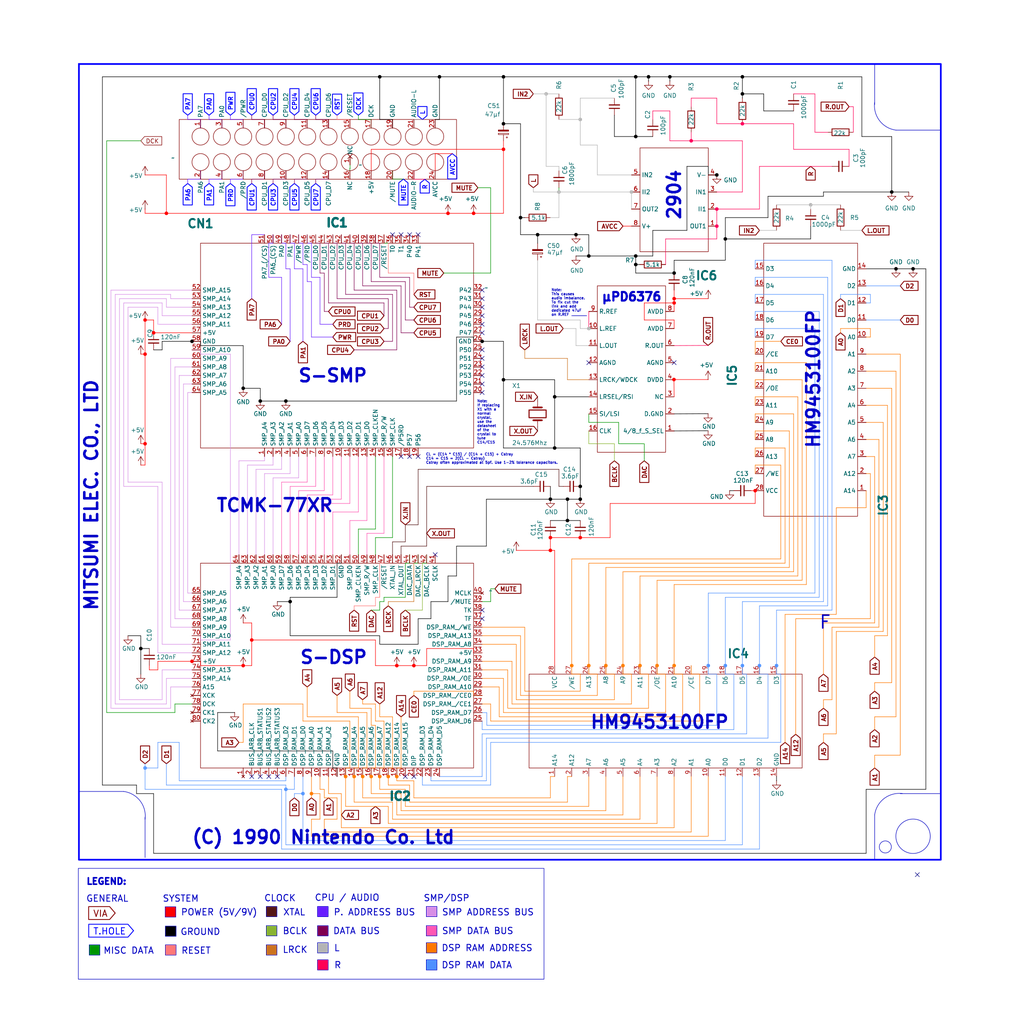
<source format=kicad_sch>
(kicad_sch (version 20250114) (generator "eeschema") (generator_version "9.0")
  (paper "User" 304.8 304.8)
  (title_block (title "TCMK-77XR (aka SHVC-SOUND)") (date "2025-03-28") (rev "A") (company "License: CERN-OHL-S") (comment 1 "This Document Is Not Endorsed By Nintendo or Mitsumi") (comment 2 "Documented by starlightk7 for Repair Usage") (comment 3 "Originally Designed By Nintendo and Manufactured By Mitsumi. ") (comment 4 "Used in SHVC-CPU-01 Super Famicom and SNES Units"))
  (rectangle (start 23.495 19.05) (end 280.035 255.905) (stroke (width 0.508) (color 3 0 255 1)))
  (arc (start 266.7 38.735) (mid 261.8153 35.9226) (end 260.35 30.48))
  (rectangle (start 79.2612 269.8117) (end 82.4362 272.8597) (fill (type color) (color 85 22 22 1)))
  (rectangle (start 94.5012 280.6067) (end 97.6762 283.6547) (fill (type color) (color 180 180 180 1)))
  (circle (center 271.78 248.92) (radius 5.1195))
  (rectangle (start 94.5012 269.8117) (end 97.6762 272.8597) (fill (type color) (color 103 29 255 1)))
  (arc (start 36.83 235.585) (mid 41.7147 238.3974) (end 43.18 243.84))
  (rectangle (start 126.8862 269.8117) (end 130.0612 272.8597) (fill (type color) (color 215 142 230 1)))
  (rectangle (start 79.2612 275.5267) (end 82.4362 278.5747) (fill (type color) (color 137 180 50 1)))
  (rectangle (start 49.1606 269.9137) (end 52.3356 272.9617) (fill (type color) (color 255 0 0 1)))
  (rectangle (start 49.2257 281.2417) (end 52.4007 284.2897) (fill (type color) (color 255 120 120 1)))
  (arc (start 260.35 242.57) (mid 263.1624 237.6853) (end 268.605 236.22))
  (rectangle (start 23.3178 258.4665) (end 161.925 291.465))
  (rectangle (start 94.5012 275.5267) (end 97.6762 278.5747) (fill (type color) (color 127 0 80 1)))
  (rectangle (start 126.8862 280.6067) (end 130.0612 283.6547) (fill (type color) (color 255 120 0 1)))
  (rectangle (start 49.2257 275.6537) (end 52.4007 278.7017) (fill (type color) (color 0 0 0 1)))
  (rectangle (start 26.5562 281.2417) (end 29.7312 284.2897) (fill (type color) (color 0 150 0 1)))
  (circle (center 263.525 252.095) (radius 1.7961))
  (rectangle (start 94.5012 285.6867) (end 97.6762 288.7347) (fill (type color) (color 255 0 85 1)))
  (rectangle (start 126.8862 285.6867) (end 130.0612 288.7347) (fill (type color) (color 78 144 255 1)))
  (rectangle (start 126.8862 275.5267) (end 130.0612 278.5747) (fill (type color) (color 255 87 179 1)))
  (rectangle (start 79.2612 281.2417) (end 82.4362 284.2897) (fill (type color) (color 204 115 31 1)))
  (text "SMP ADDRESS BUS" (at 145.2377 271.7167 0) (effects (font (size 1.905 1.905) (thickness 0.254) (bold yes))))
  (text "MITSUMI ELEC. CO., LTD" (at 27.178 147.574 90) (effects (font (size 3.81 3.81) (thickness 0.762) (bold yes))))
  (text "S-DSP" (at 99.314 195.834 0) (effects (font (size 3.81 3.81) (thickness 0.762) (bold yes))))
  (text "TCMK-77XR" (at 81.788 150.622 0) (effects (font (size 3.81 3.81) (thickness 0.762) (bold yes))))
  (text "XTAL\n" (at 87.5797 271.7167 0) (effects (font (size 1.905 1.905) (thickness 0.254) (bold yes))))
  (text "(C) 1990 Nintendo Co. Ltd" (at 96.266 249.428 0) (effects (font (size 3.81 3.81) (thickness 0.762) (bold yes))))
  (text "HM9453100FP" (at 196.342 215.138 0) (effects (font (size 3.81 3.81) (thickness 0.762) (bold yes))))
  (text "R" (at 100.5337 287.4647 0) (effects (font (size 1.905 1.905) (thickness 0.254) (bold yes))))
  (text "DSP RAM DATA" (at 141.9357 287.4647 0) (effects (font (size 1.905 1.905) (thickness 0.254) (bold yes))))
  (text "GROUND" (at 59.6397 277.5587 0) (effects (font (size 1.905 1.905) (thickness 0.254) (bold yes))))
  (text "P. ADDRESS BUS" (at 111.4557 271.7167 0) (effects (font (size 1.905 1.905) (thickness 0.254) (bold yes))))
  (text "L" (at 100.2797 282.3847 0) (effects (font (size 1.905 1.905) (thickness 0.254) (bold yes))))
  (text "LEGEND:" (at 31.6997 262.5727 0) (effects (font (size 1.905 1.905) (thickness 0.762) (bold yes))))
  (text "HM9453100FP" (at 242.062 113.03 90) (effects (font (size 3.81 3.81) (thickness 0.762) (bold yes))))
  (text "DATA BUS" (at 106.1217 277.3047 0) (effects (font (size 1.905 1.905) (thickness 0.254) (bold yes))))
  (text "LRCK" (at 87.8337 282.8927 0) (effects (font (size 1.905 1.905) (thickness 0.254) (bold yes))))
  (text "BCLK" (at 87.8337 277.3047 0) (effects (font (size 1.905 1.905) (thickness 0.254) (bold yes))))
  (text "CPU / AUDIO" (at 103.3277 267.3987 0) (effects (font (size 1.905 1.905) (thickness 0.254) (bold yes))))
  (text "RESET" (at 58.3697 283.1467 0) (effects (font (size 1.905 1.905) (thickness 0.254) (bold yes))))
  (text "SMP/DSP\n\n" (at 132.9227 269.0434 0) (effects (font (size 1.905 1.905) (thickness 0.254) (bold yes))))
  (text "SYSTEM" (at 53.7977 267.6527 0) (effects (font (size 1.905 1.905) (thickness 0.254) (bold yes))))
  (text "CLOCK\n" (at 83.337 267.5286 0) (effects (font (size 1.905 1.905) (thickness 0.254) (bold yes))))
  (text "MISC DATA\n" (at 38.3037 283.1467 0) (effects (font (size 1.905 1.905) (thickness 0.254) (bold yes))))
  (text "DSP RAM ADDRESS" (at 144.9837 282.3847 0) (effects (font (size 1.905 1.905) (thickness 0.254) (bold yes))))
  (text "GENERAL" (at 31.9537 267.6527 0) (effects (font (size 1.905 1.905) (thickness 0.254) (bold yes))))
  (text "Note:\nIf replacing\nX1 with a\nnormal \ncrystal,\nuse the \ndatasheet\nof the \ncrystal to\ntune \nC14/C15" (at 141.986 125.73 0) (effects (font (size 0.762 0.762)) (justify left)))
  (text "CL = (C14 * C15) / (C14 + C15) + Cstray\nC14 = C15 = 2(CL - Cstray)\nCstray often approximated at 5pf. Use 1-2% tolerance capacitors." (at 126.746 136.652 0) (effects (font (size 0.762 0.762)) (justify left)))
  (text "2904" (at 200.66 58.166 90) (effects (font (size 3.81 3.81) (thickness 0.762) (bold yes))))
  (text "F" (at 245.618 185.42 0) (effects (font (size 3.81 3.81) (thickness 0.4763))))
  (text "S-SMP" (at 99.06 112.014 0) (effects (font (size 3.81 3.81) (thickness 0.762) (bold yes))))
  (text "µPD6376" (at 188.02 88.5643 0) (effects (font (size 2.54 2.54) (thickness 0.762) (bold yes))))
  (text "POWER (5V/9V)" (at 65.2277 271.7167 0) (effects (font (size 1.905 1.905) (thickness 0.254) (bold yes))))
  (text "Note:\nThis causes\naudio imbalance.\nTo fix cut the \nlink and add \ndedicated 47uF\non R.REF" (at 164.084 90.17 0) (effects (font (size 0.762 0.762)) (justify left)))
  (text "SMP DATA BUS" (at 142.1897 277.3047 0) (effects (font (size 1.905 1.905) (thickness 0.254) (bold yes))))
  (junction (at 199.39 22.86) (color 0 0 0 1))
  (junction (at 118.11 231.14) (color 255 120 0 1))
  (junction (at 149.86 36.83) (color 0 0 0 1))
  (junction (at 43.18 132.08) (color 255 0 0 1))
  (junction (at 41.91 193.04) (color 0 0 0 1))
  (junction (at 113.03 231.14) (color 255 120 0 1))
  (junction (at 160.02 69.85) (color 0 0 0 1))
  (junction (at 43.18 105.41) (color 255 0 0 1))
  (junction (at 166.37 57.15) (color 180 180 180 1))
  (junction (at 213.36 62.23) (color 255 0 85 1))
  (junction (at 189.23 22.86) (color 0 0 0 1))
  (junction (at 190.5 198.12) (color 255 120 0 1))
  (junction (at 170.18 198.12) (color 255 120 0 1))
  (junction (at 133.35 63.5) (color 255 0 0 1))
  (junction (at 113.03 22.86) (color 0 0 0 1))
  (junction (at 74.93 190.5) (color 255 0 0 1))
  (junction (at 123.19 198.12) (color 255 0 0 1))
  (junction (at 231.14 198.12) (color 78 144 255 1))
  (junction (at 220.98 36.83) (color 255 0 85 1))
  (junction (at 271.78 80.01) (color 0 0 0 1))
  (junction (at 162.56 27.94) (color 180 180 180 1))
  (junction (at 92.71 236.22) (color 255 120 0 1))
  (junction (at 220.98 22.86) (color 0 0 0 1))
  (junction (at 215.9 198.12) (color 78 144 255 1))
  (junction (at 213.36 67.31) (color 255 0 85 1))
  (junction (at 43.18 95.25) (color 255 0 0 1))
  (junction (at 175.26 198.12) (color 255 120 0 1))
  (junction (at 210.82 198.12) (color 78 144 255 1))
  (junction (at 220.98 27.94) (color 0 0 0 1))
  (junction (at 215.9 71.12) (color 0 0 0 1))
  (junction (at 105.41 231.14) (color 255 120 0 1))
  (junction (at 185.42 198.12) (color 255 120 0 1))
  (junction (at 220.98 198.12) (color 78 144 255 1))
  (junction (at 189.23 76.2) (color 0 0 0 1))
  (junction (at 102.87 231.14) (color 255 120 0 1))
  (junction (at 163.83 160.02) (color 255 0 0 1))
  (junction (at 200.66 90.17) (color 255 0 0 1))
  (junction (at 193.04 22.86) (color 0 0 0 1))
  (junction (at 172.72 148.59) (color 0 0 0 1))
  (junction (at 85.09 234.95) (color 78 144 255 1))
  (junction (at 165.1 118.11) (color 0 0 0 1))
  (junction (at 143.51 101.6) (color 0 0 0 1))
  (junction (at 49.53 63.5) (color 255 0 0 1))
  (junction (at 175.26 97.79) (color 180 180 180 1))
  (junction (at 130.81 22.86) (color 0 0 0 1))
  (junction (at 168.91 154.94) (color 0 0 0 1))
  (junction (at 171.45 69.85) (color 0 0 0 1))
  (junction (at 57.15 196.85) (color 255 0 0 1))
  (junction (at 187.96 57.15) (color 180 180 180 1))
  (junction (at 200.6049 112.9755) (color 255 0 0 1))
  (junction (at 45.72 99.06) (color 255 0 0 1))
  (junction (at 77.47 119.38) (color 0 0 0 1))
  (junction (at 149.86 22.86) (color 0 0 0 1))
  (junction (at 189.23 40.64) (color 0 0 0 1))
  (junction (at 163.83 148.59) (color 0 0 0 1))
  (junction (at 205.74 41.91) (color 255 0 85 1))
  (junction (at 241.3 60.96) (color 180 180 180 1))
  (junction (at 200.66 198.12) (color 255 120 0 1))
  (junction (at 72.39 115.57) (color 0 0 0 1))
  (junction (at 140.97 63.5) (color 255 0 0 1))
  (junction (at 195.58 198.12) (color 255 120 0 1))
  (junction (at 110.49 231.14) (color 255 120 0 1))
  (junction (at 266.7 80.01) (color 0 0 0 1))
  (junction (at 265.43 57.15) (color 0 0 0 1))
  (junction (at 149.86 44.45) (color 255 0 0 1))
  (junction (at 85.09 119.38) (color 0 0 0 1))
  (junction (at 180.34 198.12) (color 255 120 0 1))
  (junction (at 172.72 144.78) (color 0 0 0 1))
  (junction (at 107.95 231.14) (color 255 120 0 1))
  (junction (at 72.39 198.12) (color 255 0 0 1))
  (junction (at 118.11 198.12) (color 255 0 0 1))
  (junction (at 189.23 78.74) (color 0 0 0 1))
  (junction (at 90.17 236.22) (color 78 144 255 1))
  (junction (at 172.72 160.02) (color 255 0 0 1))
  (junction (at 224.79 146.05) (color 255 0 0 1))
  (junction (at 213.36 52.07) (color 0 0 0 1))
  (junction (at 175.26 76.2) (color 0 0 0 1))
  (junction (at 43.18 228.6) (color 78 144 255 1))
  (junction (at 57.15 101.6) (color 0 0 0 1))
  (junction (at 172.72 35.56) (color 180 180 180 1))
  (junction (at 168.91 148.59) (color 0 0 0 1))
  (junction (at 200.66 88.9) (color 255 0 0 1))
  (junction (at 200.66 81.28) (color 0 0 0 1))
  (junction (at 165.1 133.35) (color 0 0 0 1))
  (junction (at 115.57 231.14) (color 255 120 0 1))
  (junction (at 154.94 64.77) (color 0 0 0 1))
  (junction (at 163.83 163.83) (color 255 0 0 1))
  (junction (at 86.36 179.07) (color 0 0 0 1))
  (junction (at 149.86 113.03) (color 0 0 0 1))
  (junction (at 226.06 198.12) (color 78 144 255 1))
  (no_connect (at 143.51 93.98))
  (no_connect (at 82.55 231.14))
  (no_connect (at 121.92 69.85))
  (no_connect (at 119.38 69.85))
  (no_connect (at 175.26 107.95))
  (no_connect (at 143.51 181.61))
  (no_connect (at 200.66 107.95))
  (no_connect (at 74.93 231.14))
  (no_connect (at 143.51 114.3))
  (no_connect (at 143.51 109.22))
  (no_connect (at 120.65 231.14))
  (no_connect (at 143.51 111.76))
  (no_connect (at 143.51 88.9))
  (no_connect (at 77.47 231.14))
  (no_connect (at 143.51 116.84))
  (no_connect (at 143.51 184.15))
  (no_connect (at 124.46 69.85))
  (no_connect (at 143.51 99.06))
  (no_connect (at 143.51 86.36))
  (no_connect (at 273.05 260.35))
  (no_connect (at 129.54 165.1))
  (no_connect (at 116.84 69.85))
  (no_connect (at 80.01 231.14))
  (no_connect (at 143.51 91.44))
  (no_connect (at 143.51 106.68))
  (no_connect (at 124.46 135.89))
  (no_connect (at 143.51 96.52))
  (no_connect (at 123.19 231.14))
  (no_connect (at 121.92 135.89))
  (no_connect (at 119.38 135.89))
  (no_connect (at 143.51 104.14))
  (wire (pts (xy 49.53 91.44) (xy 57.15 91.44)) (stroke (width 0) (color 215 142 230 1)))
  (wire (pts (xy 260.35 135.89) (xy 257.81 135.89)) (stroke (width 0) (color 255 120 0 1)))
  (wire (pts (xy 109.22 165.1) (xy 109.22 158.75)) (stroke (width 0) (color 255 87 179 1)))
  (wire (pts (xy 43.18 63.5) (xy 43.18 62.23)) (stroke (width 0) (color 255 0 0 1)))
  (wire (pts (xy 48.26 143.51) (xy 38.1 143.51)) (stroke (width 0) (color 215 142 230 1)))
  (wire (pts (xy 87.63 53.34) (xy 91.44 53.34)) (stroke (width 0) (color 127 0 80 1)))
  (wire (pts (xy 100.33 237.49) (xy 100.33 243.84)) (stroke (width 0) (color 255 120 0 1)))
  (wire (pts (xy 43.18 105.41) (xy 43.18 132.08)) (stroke (width 0) (color 255 0 0 1)))
  (wire (pts (xy 193.04 210.82) (xy 193.04 200.66)) (stroke (width 0) (color 255 120 0 1)))
  (wire (pts (xy 95.25 82.55) (xy 92.71 82.55)) (stroke (width 0) (color 103 29 255 1)))
  (wire (pts (xy 106.68 72.39) (xy 106.68 69.85)) (stroke (width 0) (color 127 0 80 1)))
  (wire (pts (xy 218.44 217.17) (xy 218.44 200.66)) (stroke (width 0) (color 78 144 255 1)))
  (wire (pts (xy 220.98 22.86) (xy 256.54 22.86)) (stroke (width 0) (color 0 0 0 1)))
  (wire (pts (xy 120.65 95.25) (xy 120.65 83.82)) (stroke (width 0) (color 127 0 80 1)))
  (wire (pts (xy 226.06 231.14) (xy 226.06 252.73)) (stroke (width 0) (color 78 144 255 1)))
  (wire (pts (xy 129.54 35.56) (xy 130.81 35.56)) (stroke (width 0) (color 0 0 0 1)))
  (wire (pts (xy 110.49 210.82) (xy 110.49 215.9)) (stroke (width 0) (color 255 120 0 1)))
  (wire (pts (xy 95.25 96.52) (xy 95.25 82.55)) (stroke (width 0) (color 103 29 255 1)))
  (wire (pts (xy 91.44 213.36) (xy 106.68 213.36)) (stroke (width 0) (color 255 120 0 1)))
  (wire (pts (xy 81.28 34.29) (xy 81.28 35.56)) (stroke (width 0) (color 127 0 80 1)))
  (wire (pts (xy 171.45 97.79) (xy 167.64 97.79)) (stroke (width 0) (color 180 180 180 1)))
  (wire (pts (xy 68.58 34.29) (xy 68.58 35.56)) (stroke (width 0) (color 103 29 255 1)))
  (wire (pts (xy 118.11 242.57) (xy 185.42 242.57)) (stroke (width 0) (color 255 120 0 1)))
  (wire (pts (xy 175.26 198.12) (xy 175.26 167.64)) (stroke (width 0) (color 255 120 0 1)))
  (wire (pts (xy 190.5 78.74) (xy 189.23 78.74)) (stroke (width 0) (color 0 0 0 1)))
  (wire (pts (xy 53.34 232.41) (xy 53.34 220.98)) (stroke (width 0) (color 78 144 255 1)))
  (wire (pts (xy 91.44 147.32) (xy 99.06 147.32)) (stroke (width 0) (color 255 87 179 1)))
  (wire (pts (xy 111.76 165.1) (xy 111.76 160.02)))
  (wire (pts (xy 99.06 228.6) (xy 100.33 228.6)) (stroke (width 0) (color 0 0 0 1)))
  (wire (pts (xy 46.99 220.98) (xy 46.99 228.6)) (stroke (width 0) (color 78 144 255 1)))
  (wire (pts (xy 149.86 44.45) (xy 149.86 41.91)) (stroke (width 0) (color 255 0 0 1)))
  (wire (pts (xy 247.65 77.47) (xy 247.65 181.61)) (stroke (width 0) (color 78 144 255 1)))
  (wire (pts (xy 110.49 44.45) (xy 149.86 44.45)) (stroke (width 0) (color 255 0 0 1)))
  (wire (pts (xy 62.23 54.61) (xy 62.23 53.34)) (stroke (width 0) (color 103 29 255 1)))
  (wire (pts (xy 248.92 218.44) (xy 248.92 187.96)) (stroke (width 0) (color 255 120 0 1)))
  (wire (pts (xy 109.22 158.75) (xy 114.3 158.75)) (stroke (width 0) (color 255 87 179 1)))
  (wire (pts (xy 121.92 82.55) (xy 113.03 82.55)) (stroke (width 0) (color 127 0 80 1)))
  (wire (pts (xy 123.19 237.49) (xy 163.83 237.49)) (stroke (width 0) (color 255 120 0 1)))
  (wire (pts (xy 110.49 236.22) (xy 119.38 236.22)) (stroke (width 0) (color 255 120 0 1)))
  (wire (pts (xy 96.52 234.95) (xy 96.52 237.49)) (stroke (width 0) (color 255 120 0 1)))
  (wire (pts (xy 85.09 234.95) (xy 85.09 251.46)) (stroke (width 0) (color 78 144 255 1)))
  (wire (pts (xy 125.73 167.64) (xy 127 167.64)))
  (wire (pts (xy 91.44 135.89) (xy 91.44 143.51)) (stroke (width 0) (color 255 87 179 1)))
  (wire (pts (xy 123.19 81.28) (xy 115.57 81.28)) (stroke (width 0) (color 255 120 120 1)))
  (wire (pts (xy 48.26 199.39) (xy 48.26 208.28)) (stroke (width 0) (color 215 142 230 1)))
  (wire (pts (xy 182.88 208.28) (xy 182.88 200.66)) (stroke (width 0) (color 255 120 0 1)))
  (wire (pts (xy 87.63 231.14) (xy 87.63 234.95)) (stroke (width 0) (color 78 144 255 1)))
  (wire (pts (xy 175.26 125.73) (xy 184.15 125.73)))
  (wire (pts (xy 85.09 232.41) (xy 53.34 232.41)) (stroke (width 0) (color 78 144 255 1)))
  (wire (pts (xy 152.4 209.55) (xy 187.96 209.55)) (stroke (width 0) (color 255 120 0 1)))
  (wire (pts (xy 123.19 99.06) (xy 119.38 99.06)) (stroke (width 0) (color 127 0 80 1)))
  (wire (pts (xy 165.1 118.11) (xy 175.26 118.11)) (stroke (width 0) (color 0 0 0 1)))
  (wire (pts (xy 123.19 95.25) (xy 120.65 95.25)) (stroke (width 0) (color 127 0 80 1)))
  (wire (pts (xy 163.83 154.94) (xy 168.91 154.94)) (stroke (width 0) (color 0 0 0 1)))
  (wire (pts (xy 144.78 148.59) (xy 163.83 148.59)) (stroke (width 0) (color 0 0 0 1)))
  (wire (pts (xy 185.42 198.12) (xy 185.42 200.66)) (stroke (width 0) (color 255 120 0 1)))
  (wire (pts (xy 265.43 57.15) (xy 270.51 57.15)) (stroke (width 0) (color 0 0 0 1)))
  (wire (pts (xy 245.11 87.63) (xy 224.79 87.63)) (stroke (width 0) (color 78 144 255 1)))
  (wire (pts (xy 127 198.12) (xy 127 193.04)) (stroke (width 0) (color 255 0 0 1)))
  (wire (pts (xy 113.03 209.55) (xy 113.03 213.36)) (stroke (width 0) (color 255 120 0 1)))
  (wire (pts (xy 267.97 224.79) (xy 267.97 105.41)) (stroke (width 0) (color 255 120 0 1)))
  (wire (pts (xy 96.52 72.39) (xy 96.52 69.85)) (stroke (width 0) (color 127 0 80 1)))
  (wire (pts (xy 120.65 177.8) (xy 120.65 167.64)))
  (wire (pts (xy 275.59 234.95) (xy 257.81 234.95)) (stroke (width 0) (color 0 0 0 1)))
  (wire (pts (xy 177.8 200.66) (xy 175.26 200.66)) (stroke (width 0) (color 255 120 0 1)))
  (wire (pts (xy 143.51 201.93) (xy 149.86 201.93)) (stroke (width 0) (color 255 120 0 1)))
  (wire (pts (xy 59.69 101.6) (xy 59.69 102.87)) (stroke (width 0) (color 0 0 0 1)))
  (wire (pts (xy 248.92 182.88) (xy 248.92 151.13)) (stroke (width 0) (color 255 120 0 1)))
  (wire (pts (xy 90.17 236.22) (xy 90.17 250.19)) (stroke (width 0) (color 78 144 255 1)))
  (wire (pts (xy 41.91 138.43) (xy 43.18 138.43)) (stroke (width 0) (color 255 0 0 1)))
  (wire (pts (xy 156.21 205.74) (xy 172.72 205.74)) (stroke (width 0) (color 255 120 0 1)))
  (wire (pts (xy 146.05 179.07) (xy 143.51 179.07)))
  (wire (pts (xy 200.66 123.19) (xy 210.7649 123.1355)) (stroke (width 0) (color 0 0 0 1)))
  (wire (pts (xy 238.76 172.72) (xy 238.76 113.03)) (stroke (width 0) (color 255 120 0 1)))
  (wire (pts (xy 119.38 213.36) (xy 119.38 228.6)) (stroke (width 0) (color 255 120 0 1)))
  (wire (pts (xy 166.37 35.56) (xy 172.72 35.56)) (stroke (width 0) (color 180 180 180 1)))
  (wire (pts (xy 109.22 212.09) (xy 109.22 228.6)) (stroke (width 0) (color 255 120 0 1)))
  (wire (pts (xy 114.3 135.89) (xy 114.3 158.75)) (stroke (width 0) (color 255 87 179 1)))
  (wire (pts (xy 123.19 91.44) (xy 121.92 91.44)) (stroke (width 0) (color 127 0 80 1)))
  (wire (pts (xy 46.99 199.39) (xy 46.99 196.85)) (stroke (width 0) (color 255 0 0 1)))
  (wire (pts (xy 81.28 142.24) (xy 88.9 142.24)) (stroke (width 0) (color 215 142 230 1)))
  (wire (pts (xy 210.82 52.07) (xy 210.82 49.53)) (stroke (width 0) (color 0 0 0 1)))
  (wire (pts (xy 194.31 68.58) (xy 194.31 76.2)) (stroke (width 0) (color 0 0 0 1)))
  (wire (pts (xy 243.84 177.8) (xy 243.84 92.71)) (stroke (width 0) (color 78 144 255 1)))
  (wire (pts (xy 213.36 62.23) (xy 213.36 67.31)) (stroke (width 0) (color 255 0 85 1)))
  (wire (pts (xy 86.36 144.78) (xy 93.98 144.78)) (stroke (width 0) (color 255 87 179 1)))
  (wire (pts (xy 111.76 190.5) (xy 111.76 198.12)) (stroke (width 0) (color 255 0 0 1)))
  (wire (pts (xy 34.29 209.55) (xy 34.29 87.63)) (stroke (width 0) (color 215 142 230 1)))
  (wire (pts (xy 143.51 196.85) (xy 152.4 196.85)) (stroke (width 0) (color 255 120 0 1)))
  (wire (pts (xy 104.14 210.82) (xy 110.49 210.82)) (stroke (width 0) (color 255 120 0 1)))
  (wire (pts (xy 116.84 35.56) (xy 116.84 38.1)) (stroke (width 0) (color 0 0 0 1)))
  (wire (pts (xy 85.09 80.01) (xy 85.09 72.39)) (stroke (width 0) (color 103 29 255 1)))
  (wire (pts (xy 99.06 152.4) (xy 106.68 152.4)) (stroke (width 0) (color 255 87 179 1)))
  (wire (pts (xy 107.95 208.28) (xy 107.95 209.55)) (stroke (width 0) (color 255 120 0 1)))
  (wire (pts (xy 85.09 251.46) (xy 220.98 251.46)) (stroke (width 0) (color 78 144 255 1)))
  (wire (pts (xy 123.19 198.12) (xy 127 198.12)) (stroke (width 0) (color 255 0 0 1)))
  (wire (pts (xy 163.83 160.02) (xy 172.72 160.02)) (stroke (width 0) (color 255 0 0 1)))
  (wire (pts (xy 215.9 77.47) (xy 215.9 71.12)) (stroke (width 0) (color 0 0 0 1)))
  (wire (pts (xy 45.72 95.25) (xy 43.18 95.25)) (stroke (width 0) (color 255 0 0 1)))
  (wire (pts (xy 111.76 160.02) (xy 116.84 160.02)))
  (wire (pts (xy 163.83 163.83) (xy 163.83 160.02)) (stroke (width 0) (color 255 0 0 1)))
  (wire (pts (xy 195.58 198.12) (xy 195.58 200.66)) (stroke (width 0) (color 255 120 0 1)))
  (wire (pts (xy 91.44 72.39) (xy 91.44 69.85)) (stroke (width 0) (color 103 29 255 1)))
  (polyline (pts (xy 260.35 19.05) (xy 260.35 31.115)))
  (wire (pts (xy 95.25 243.84) (xy 92.71 243.84)) (stroke (width 0) (color 255 120 0 1)))
  (wire (pts (xy 200.66 113.03) (xy 200.6049 112.9755)))
  (wire (pts (xy 90.17 78.74) (xy 90.17 72.39)) (stroke (width 0) (color 103 29 255 1)))
  (wire (pts (xy 96.52 237.49) (xy 100.33 237.49)) (stroke (width 0) (color 255 120 0 1)))
  (wire (pts (xy 92.71 248.92) (xy 210.82 248.92)) (stroke (width 0) (color 255 120 0 1)))
  (wire (pts (xy 113.03 189.23) (xy 113.03 191.77)) (stroke (width 0) (color 0 0 0 1)))
  (wire (pts (xy 149.86 113.03) (xy 149.86 133.35)) (stroke (width 0) (color 0 0 0 1)))
  (wire (pts (xy 110.49 231.14) (xy 110.49 236.22)) (stroke (width 0) (color 255 120 0 1)))
  (wire (pts (xy 175.26 76.2) (xy 171.45 76.2)) (stroke (width 0) (color 0 0 0 1)))
  (wire (pts (xy 175.26 167.64) (xy 233.68 167.64)) (stroke (width 0) (color 255 120 0 1)))
  (wire (pts (xy 59.69 35.56) (xy 59.69 38.1)) (stroke (width 0) (color 103 29 255 1)))
  (wire (pts (xy 128.27 232.41) (xy 144.78 232.41)) (stroke (width 0) (color 78 144 255 1)))
  (wire (pts (xy 245.11 179.07) (xy 245.11 87.63)) (stroke (width 0) (color 78 144 255 1)))
  (wire (pts (xy 46.99 144.78) (xy 36.83 144.78)) (stroke (width 0) (color 215 142 230 1)))
  (wire (pts (xy 55.88 54.61) (xy 55.88 53.34)) (stroke (width 0) (color 103 29 255 1)))
  (wire (pts (xy 124.46 184.15) (xy 128.27 184.15)) (stroke (width 0) (color 0 0 0 1)))
  (wire (pts (xy 236.22 36.83) (xy 220.98 36.83)) (stroke (width 0) (color 255 0 85 1)))
  (wire (pts (xy 224.79 87.63) (xy 224.79 90.17)) (stroke (width 0) (color 78 144 255 1)))
  (wire (pts (xy 93.98 148.59) (xy 101.6 148.59)) (stroke (width 0) (color 255 87 179 1)))
  (wire (pts (xy 57.15 209.55) (xy 52.07 209.55)))
  (wire (pts (xy 41.91 193.04) (xy 41.91 200.66)) (stroke (width 0) (color 0 0 0 1)))
  (wire (pts (xy 92.71 82.55) (xy 92.71 72.39)) (stroke (width 0) (color 103 29 255 1)))
  (wire (pts (xy 236.8486 218.5626) (xy 236.8486 184.15)) (stroke (width 0) (color 255 120 0 1)))
  (wire (pts (xy 93.98 72.39) (xy 93.98 69.85)) (stroke (width 0) (color 127 0 80 1)))
  (wire (pts (xy 121.92 91.44) (xy 121.92 82.55)) (stroke (width 0) (color 127 0 80 1)))
  (wire (pts (xy 254 31.75) (xy 254 39.37)) (stroke (width 0) (color 255 0 85 1)))
  (wire (pts (xy 101.6 246.38) (xy 200.66 246.38)) (stroke (width 0) (color 255 120 0 1)))
  (wire (pts (xy 120.65 167.64) (xy 121.92 167.64)))
  (wire (pts (xy 95.25 236.22) (xy 95.25 243.84)) (stroke (width 0) (color 255 120 0 1)))
  (wire (pts (xy 213.36 215.9) (xy 213.36 200.66)) (stroke (width 0) (color 78 144 255 1)))
  (wire (pts (xy 110.49 35.56) (xy 110.49 38.1)))
  (wire (pts (xy 106.68 35.56) (xy 110.49 35.56)))
  (wire (pts (xy 123.19 205.74) (xy 123.19 207.01)) (stroke (width 0) (color 255 120 0 1)))
  (wire (pts (xy 96.52 92.71) (xy 96.52 81.28)) (stroke (width 0) (color 127 0 80 1)))
  (wire (pts (xy 180.34 168.91) (xy 234.95 168.91)) (stroke (width 0) (color 255 120 0 1)))
  (wire (pts (xy 115.57 97.79) (xy 115.57 88.9)) (stroke (width 0) (color 127 0 80 1)))
  (wire (pts (xy 104.2004 50.1388) (xy 104.14 50.1388)))
  (wire (pts (xy 200.66 81.28) (xy 189.23 81.28)) (stroke (width 0) (color 0 0 0 1)))
  (wire (pts (xy 190.5 198.12) (xy 190.5 171.45)) (stroke (width 0) (color 255 120 0 1)))
  (wire (pts (xy 57.15 186.69) (xy 50.8 186.69)) (stroke (width 0) (color 215 142 230 1)))
  (wire (pts (xy 73.66 138.43) (xy 81.28 138.43)) (stroke (width 0) (color 215 142 230 1)))
  (wire (pts (xy 213.36 71.12) (xy 213.36 67.31)) (stroke (width 0) (color 255 0 85 1)))
  (wire (pts (xy 81.28 35.56) (xy 85.09 35.56)) (stroke (width 0) (color 127 0 80 1)))
  (wire (pts (xy 36.83 144.78) (xy 36.83 90.17)) (stroke (width 0) (color 215 142 230 1)))
  (wire (pts (xy 116.84 101.6) (xy 116.84 87.63)) (stroke (width 0) (color 127 0 80 1)))
  (wire (pts (xy 231.14 181.61) (xy 247.65 181.61)) (stroke (width 0) (color 78 144 255 1)))
  (wire (pts (xy 213.36 36.83) (xy 220.98 36.83)) (stroke (width 0) (color 255 0 85 1)))
  (wire (pts (xy 203.2 200.66) (xy 200.66 200.66)) (stroke (width 0) (color 255 120 0 1)))
  (wire (pts (xy 195.58 245.11) (xy 195.58 231.14)) (stroke (width 0) (color 255 120 0 1)))
  (wire (pts (xy 85.09 234.95) (xy 87.63 234.95)) (stroke (width 0) (color 78 144 255 1)))
  (wire (pts (xy 105.41 238.76) (xy 116.84 238.76)) (stroke (width 0) (color 255 120 0 1)))
  (wire (pts (xy 106.68 34.29) (xy 106.68 35.56)))
  (wire (pts (xy 181.61 149.86) (xy 224.79 149.86)) (stroke (width 0) (color 255 0 0 1)))
  (wire (pts (xy 115.57 180.34) (xy 115.57 179.07)) (stroke (width 0) (color 204 115 31 1)))
  (wire (pts (xy 245.11 208.28) (xy 247.65 208.28)) (stroke (width 0) (color 255 120 0 1)))
  (wire (pts (xy 57.15 196.85) (xy 59.69 196.85)) (stroke (width 0) (color 255 0 0 1)))
  (wire (pts (xy 165.1 133.35) (xy 149.86 133.35)) (stroke (width 0) (color 0 0 0 1)))
  (wire (pts (xy 105.41 72.39) (xy 104.14 72.39)) (stroke (width 0) (color 127 0 80 1)))
  (wire (pts (xy 168.91 148.59) (xy 172.72 148.59)) (stroke (width 0) (color 0 0 0 1)))
  (wire (pts (xy 99.06 72.39) (xy 99.06 69.85)) (stroke (width 0) (color 127 0 80 1)))
  (wire (pts (xy 113.03 22.86) (xy 130.81 22.86)) (stroke (width 0) (color 0 0 0 1)))
  (wire (pts (xy 87.63 35.56) (xy 91.44 35.56)) (stroke (width 0) (color 127 0 80 1)))
  (wire (pts (xy 144.9048 215.9) (xy 213.36 215.9)) (stroke (width 0) (color 78 144 255 1)))
  (wire (pts (xy 247.65 77.47) (xy 224.79 77.47)) (stroke (width 0) (color 78 144 255 1)))
  (wire (pts (xy 182.88 40.64) (xy 189.23 40.64)) (stroke (width 0) (color 0 0 0 1)))
  (wire (pts (xy 78.74 140.97) (xy 86.36 140.97)) (stroke (width 0) (color 215 142 230 1)))
  (wire (pts (xy 114.3 179.07) (xy 114.3 177.8)))
  (wire (pts (xy 104.14 154.94) (xy 109.22 154.94)) (stroke (width 0) (color 255 87 179 1)))
  (wire (pts (xy 200.6049 112.9755) (xy 210.7649 112.9755)) (stroke (width 0) (color 255 0 0 1)))
  (wire (pts (xy 224.79 123.19) (xy 224.79 125.73)) (stroke (width 0) (color 255 120 0 1)))
  (wire (pts (xy 118.11 198.12) (xy 123.19 198.12)) (stroke (width 0) (color 255 0 0 1)))
  (wire (pts (xy 93.98 54.61) (xy 93.98 53.34)) (stroke (width 0) (color 127 0 80 1)))
  (wire (pts (xy 92.71 83.82) (xy 91.44 83.82)) (stroke (width 0) (color 103 29 255 1)))
  (wire (pts (xy 259.08 184.15) (xy 259.08 140.97)) (stroke (width 0) (color 255 120 0 1)))
  (wire (pts (xy 109.22 228.6) (xy 107.95 228.6)) (stroke (width 0) (color 255 120 0 1)))
  (wire (pts (xy 105.41 228.6) (xy 105.41 231.14)) (stroke (width 0) (color 255 120 0 1)))
  (wire (pts (xy 232.41 166.37) (xy 232.41 138.43)) (stroke (width 0) (color 255 120 0 1)))
  (wire (pts (xy 190.5 243.84) (xy 190.5 231.14)) (stroke (width 0) (color 255 120 0 1)))
  (wire (pts (xy 52.07 184.15) (xy 52.07 109.22)) (stroke (width 0) (color 215 142 230 1)))
  (wire (pts (xy 146.05 214.63) (xy 208.28 214.63)) (stroke (width 0) (color 255 120 0 1)))
  (wire (pts (xy 224.79 118.11) (xy 224.79 120.65)) (stroke (width 0) (color 255 120 0 1)))
  (wire (pts (xy 53.34 220.98) (xy 46.99 220.98)) (stroke (width 0) (color 78 144 255 1)))
  (wire (pts (xy 121.92 165.1) (xy 121.92 167.64)))
  (wire (pts (xy 105.41 86.36) (xy 105.41 72.39)) (stroke (width 0) (color 127 0 80 1)))
  (wire (pts (xy 48.26 93.98) (xy 57.15 93.98)) (stroke (width 0) (color 215 142 230 1)))
  (wire (pts (xy 252.73 44.45) (xy 236.22 44.45)) (stroke (width 0) (color 255 0 85 1)))
  (wire (pts (xy 170.18 198.12) (xy 170.18 166.37)) (stroke (width 0) (color 255 120 0 1)))
  (wire (pts (xy 113.03 181.61) (xy 113.03 179.07)))
  (wire (pts (xy 168.91 106.68) (xy 168.91 113.03)) (stroke (width 0) (color 204 115 31 1)))
  (wire (pts (xy 143.51 218.44) (xy 222.25 218.44)) (stroke (width 0) (color 78 144 255 1)))
  (wire (pts (xy 111.76 177.8) (xy 113.03 177.8)) (stroke (width 0) (color 255 120 120 1)))
  (wire (pts (xy 168.91 154.94) (xy 172.72 154.94)) (stroke (width 0) (color 0 0 0 1)))
  (wire (pts (xy 222.25 218.44) (xy 222.25 200.66)) (stroke (width 0) (color 78 144 255 1)))
  (wire (pts (xy 85.09 231.14) (xy 85.09 232.41)) (stroke (width 0) (color 78 144 255 1)))
  (wire (pts (xy 193.04 22.86) (xy 193.04 24.13)) (stroke (width 0) (color 0 0 0 1)))
  (wire (pts (xy 143.51 186.69) (xy 156.21 186.69)) (stroke (width 0) (color 255 120 0 1)))
  (wire (pts (xy 200.6049 112.9755) (xy 200.66 118.11)) (stroke (width 0) (color 255 0 0 1)))
  (wire (pts (xy 74.93 35.56) (xy 78.74 35.56)) (stroke (width 0) (color 127 0 80 1)))
  (wire (pts (xy 57.15 196.85) (xy 46.99 196.85)) (stroke (width 0) (color 255 0 0 1)))
  (wire (pts (xy 232.41 138.43) (xy 224.79 138.43)) (stroke (width 0) (color 255 120 0 1)))
  (wire (pts (xy 115.57 228.6) (xy 115.57 231.14)) (stroke (width 0) (color 255 120 0 1)))
  (wire (pts (xy 116.84 87.63) (xy 102.87 87.63)) (stroke (width 0) (color 127 0 80 1)))
  (wire (pts (xy 172.72 29.21) (xy 182.88 29.21)) (stroke (width 0) (color 180 180 180 1)))
  (wire (pts (xy 166.37 55.88) (xy 166.37 57.15)))
  (wire (pts (xy 248.92 151.13) (xy 257.81 151.13)) (stroke (width 0) (color 255 120 0 1)))
  (wire (pts (xy 248.92 187.96) (xy 262.89 187.96)) (stroke (width 0) (color 255 120 0 1)))
  (wire (pts (xy 86.36 80.01) (xy 85.09 80.01)) (stroke (width 0) (color 103 29 255 1)))
  (wire (pts (xy 72.39 50.8) (xy 72.39 53.34)) (stroke (width 0) (color 103 29 255 1)))
  (wire (pts (xy 168.91 238.76) (xy 168.91 231.14)) (stroke (width 0) (color 255 120 0 1)))
  (wire (pts (xy 91.44 165.1) (xy 91.44 147.32)) (stroke (width 0) (color 255 87 179 1)))
  (wire (pts (xy 78.74 135.89) (xy 78.74 137.16)) (stroke (width 0) (color 215 142 230 1)))
  (wire (pts (xy 43.18 234.95) (xy 83.82 234.95)) (stroke (width 0) (color 78 144 255 1)))
  (wire (pts (xy 149.86 44.45) (xy 149.86 63.5)) (stroke (width 0) (color 255 0 0 1)))
  (wire (pts (xy 50.8 87.63) (xy 50.8 88.9)) (stroke (width 0) (color 215 142 230 1)))
  (wire (pts (xy 170.18 200.66) (xy 170.18 198.12)) (stroke (width 0) (color 255 120 0 1)))
  (wire (pts (xy 100.33 35.56) (xy 104.14 35.56)) (stroke (width 0) (color 255 120 120 1)))
  (wire (pts (xy 126.4339 53.3748) (xy 123.19 53.3748)) (stroke (width 0) (color 255 0 85 1)))
  (wire (pts (xy 33.02 86.36) (xy 57.15 86.36)) (stroke (width 0) (color 215 142 230 1)))
  (wire (pts (xy 88.9 165.1) (xy 88.9 146.05)) (stroke (width 0) (color 255 87 179 1)))
  (wire (pts (xy 191.77 90.17) (xy 191.77 95.25)) (stroke (width 0) (color 255 0 0 1)))
  (wire (pts (xy 130.81 22.86) (xy 130.81 35.56)) (stroke (width 0) (color 0 0 0 1)))
  (wire (pts (xy 102.87 72.39) (xy 101.6 72.39)) (stroke (width 0) (color 127 0 80 1)))
  (wire (pts (xy 245.11 218.44) (xy 248.92 218.44)) (stroke (width 0) (color 255 120 0 1)))
  (wire (pts (xy 163.83 237.49) (xy 163.83 231.14)) (stroke (width 0) (color 255 120 0 1)))
  (wire (pts (xy 175.26 128.27) (xy 175.26 132.08)) (stroke (width 0) (color 137 180 50 1)))
  (wire (pts (xy 187.96 209.55) (xy 187.96 200.66)) (stroke (width 0) (color 255 120 0 1)))
  (wire (pts (xy 48.26 191.77) (xy 48.26 143.51)) (stroke (width 0) (color 215 142 230 1)))
  (wire (pts (xy 99.06 100.33) (xy 92.71 100.33)) (stroke (width 0) (color 103 29 255 1)))
  (wire (pts (xy 118.11 232.41) (xy 123.19 232.41)) (stroke (width 0) (color 255 120 0 1)))
  (wire (pts (xy 68.58 190.5) (xy 59.69 190.5)) (stroke (width 0) (color 215 142 230 1)))
  (wire (pts (xy 257.81 254) (xy 45.72 254)) (stroke (width 0) (color 0 0 0 1)))
  (wire (pts (xy 50.8 186.69) (xy 50.8 106.68)) (stroke (width 0) (color 215 142 230 1)))
  (wire (pts (xy 200.66 77.47) (xy 200.66 81.28)) (stroke (width 0) (color 0 0 0 1)))
  (wire (pts (xy 92.71 236.22) (xy 92.71 237.49)) (stroke (width 0) (color 255 120 0 1)))
  (wire (pts (xy 140.97 205.74) (xy 140.97 207.01)) (stroke (width 0) (color 255 120 0 1)))
  (wire (pts (xy 233.68 182.88) (xy 248.92 182.88)) (stroke (width 0) (color 255 120 0 1)))
  (wire (pts (xy 245.11 58.42) (xy 228.6 58.42)) (stroke (width 0) (color 0 0 0 1)))
  (wire (pts (xy 43.18 132.08) (xy 43.18 138.43)) (stroke (width 0) (color 255 0 0 1)))
  (wire (pts (xy 256.54 40.64) (xy 265.43 40.64)) (stroke (width 0) (color 0 0 0 1)))
  (wire (pts (xy 114.3 69.85) (xy 114.3 72.39)) (stroke (width 0) (color 255 120 120 1)))
  (wire (pts (xy 57.15 194.31) (xy 46.99 194.31)) (stroke (width 0) (color 215 142 230 1)))
  (wire (pts (xy 91.44 50.8) (xy 91.44 53.34)) (stroke (width 0) (color 127 0 80 1)))
  (wire (pts (xy 243.84 92.71) (xy 224.79 92.71)) (stroke (width 0) (color 78 144 255 1)))
  (wire (pts (xy 228.6 200.66) (xy 226.06 200.66)) (stroke (width 0) (color 78 144 255 1)))
  (wire (pts (xy 88.9 72.39) (xy 88.9 69.85)) (stroke (width 0) (color 103 29 255 1)))
  (wire (pts (xy 74.93 53.34) (xy 78.74 53.34)) (stroke (width 0) (color 127 0 80 1)))
  (wire (pts (xy 62.23 34.29) (xy 62.23 35.56)) (stroke (width 0) (color 103 29 255 1)))
  (wire (pts (xy 162.56 49.53) (xy 162.56 27.94)) (stroke (width 0) (color 180 180 180 1)))
  (wire (pts (xy 172.72 200.66) (xy 170.18 200.66)) (stroke (width 0) (color 255 120 0 1)))
  (wire (pts (xy 50.8 88.9) (xy 57.15 88.9)) (stroke (width 0) (color 215 142 230 1)))
  (wire (pts (xy 78.74 35.56) (xy 78.74 38.1)) (stroke (width 0) (color 127 0 80 1)))
  (wire (pts (xy 116.84 160.02) (xy 116.84 135.89)))
  (wire (pts (xy 124.46 167.64) (xy 124.46 165.1)))
  (wire (pts (xy 172.72 97.79) (xy 175.26 97.79)) (stroke (width 0) (color 180 180 180 1)))
  (wire (pts (xy 43.18 95.25) (xy 43.18 105.41)) (stroke (width 0) (color 255 0 0 1)))
  (wire (pts (xy 115.57 72.39) (xy 114.3 72.39)))
  (wire (pts (xy 187.96 52.07) (xy 177.8 52.07)) (stroke (width 0) (color 180 180 180 1)))
  (wire (pts (xy 74.93 34.29) (xy 74.93 35.56)) (stroke (width 0) (color 127 0 80 1)))
  (wire (pts (xy 224.79 138.43) (xy 224.79 140.97)) (stroke (width 0) (color 255 120 0 1)))
  (wire (pts (xy 96.52 247.65) (xy 205.74 247.65)) (stroke (width 0) (color 255 120 0 1)))
  (wire (pts (xy 226.06 49.53) (xy 226.06 62.23)) (stroke (width 0) (color 255 0 85 1)))
  (wire (pts (xy 232.41 200.66) (xy 231.14 200.66)) (stroke (width 0) (color 78 144 255 1)))
  (wire (pts (xy 80.01 82.55) (xy 80.01 72.39)) (stroke (width 0) (color 103 29 255 1)))
  (wire (pts (xy 59.69 53.34) (xy 59.69 50.8)) (stroke (width 0) (color 103 29 255 1)))
  (wire (pts (xy 41.91 105.41) (xy 43.18 105.41)) (stroke (width 0) (color 255 0 0 1)))
  (wire (pts (xy 160.02 95.25) (xy 172.72 95.25)) (stroke (width 0) (color 180 180 180 1)))
  (wire (pts (xy 181.61 160.02) (xy 181.61 149.86)) (stroke (width 0) (color 255 0 0 1)))
  (wire (pts (xy 78.74 165.1) (xy 78.74 140.97)) (stroke (width 0) (color 215 142 230 1)))
  (wire (pts (xy 118.11 231.14) (xy 118.11 232.41)) (stroke (width 0) (color 255 120 0 1)))
  (wire (pts (xy 72.39 220.98) (xy 72.39 209.55)) (stroke (width 0) (color 255 120 0 1)))
  (wire (pts (xy 91.44 204.47) (xy 91.44 213.36)) (stroke (width 0) (color 255 120 0 1)))
  (wire (pts (xy 100.33 228.6) (xy 100.33 231.14)) (stroke (width 0) (color 0 0 0 1)))
  (wire (pts (xy 220.98 27.94) (xy 227.33 27.94)) (stroke (width 0) (color 0 0 0 1)))
  (wire (pts (xy 124.46 139.7) (xy 124.46 156.21)) (stroke (width 0) (color 85 22 22 1)))
  (wire (pts (xy 153.67 191.77) (xy 153.67 208.28)) (stroke (width 0) (color 255 120 0 1)))
  (wire (pts (xy 257.81 110.49) (xy 266.7 110.49)) (stroke (width 0) (color 255 120 0 1)))
  (wire (pts (xy 140.97 101.6) (xy 143.51 101.6)) (stroke (width 0) (color 0 0 0 1)))
  (wire (pts (xy 100.33 207.01) (xy 100.33 212.09)) (stroke (width 0) (color 255 120 0 1)))
  (wire (pts (xy 101.6 165.1) (xy 101.6 167.64)) (stroke (width 0) (color 0 0 0 1)))
  (wire (pts (xy 143.51 209.55) (xy 146.05 209.55)) (stroke (width 0) (color 255 120 0 1)))
  (wire (pts (xy 101.6 135.89) (xy 101.6 148.59)) (stroke (width 0) (color 255 87 179 1)))
  (wire (pts (xy 189.23 40.64) (xy 194.31 40.64)) (stroke (width 0) (color 0 0 0 1)))
  (wire (pts (xy 54.61 114.3) (xy 57.15 114.3)) (stroke (width 0) (color 215 142 230 1)))
  (wire (pts (xy 45.72 99.06) (xy 45.72 95.25)) (stroke (width 0) (color 255 0 0 1)))
  (wire (pts (xy 151.13 210.82) (xy 193.04 210.82)) (stroke (width 0) (color 255 120 0 1)))
  (wire (pts (xy 95.25 81.28) (xy 95.25 72.39)) (stroke (width 0) (color 127 0 80 1)))
  (wire (pts (xy 226.06 198.12) (xy 226.06 180.34)) (stroke (width 0) (color 78 144 255 1)))
  (wire (pts (xy 153.67 163.83) (xy 163.83 163.83)) (stroke (width 0) (color 255 0 0 1)))
  (wire (pts (xy 224.79 97.79) (xy 224.79 100.33)) (stroke (width 0) (color 78 144 255 1)))
  (wire (pts (xy 82.55 179.07) (xy 86.36 179.07)) (stroke (width 0) (color 0 0 0 1)))
  (wire (pts (xy 241.3 60.96) (xy 241.3 62.23)) (stroke (width 0) (color 180 180 180 1)))
  (wire (pts (xy 220.98 41.91) (xy 220.98 57.15)) (stroke (width 0) (color 255 0 85 1)))
  (wire (pts (xy 119.38 228.6) (xy 118.11 228.6)) (stroke (width 0) (color 255 120 0 1)))
  (wire (pts (xy 215.9 64.77) (xy 215.9 71.12)) (stroke (width 0) (color 0 0 0 1)))
  (wire (pts (xy 166.37 64.77) (xy 166.37 57.15)) (stroke (width 0) (color 180 180 180 1)))
  (wire (pts (xy 266.7 80.01) (xy 271.78 80.01)) (stroke (width 0) (color 0 0 0 1)))
  (wire (pts (xy 241.3 60.96) (xy 250.19 60.96)) (stroke (width 0) (color 180 180 180 1)))
  (wire (pts (xy 57.15 101.6) (xy 59.69 101.6)) (stroke (width 0) (color 0 0 0 1)))
  (wire (pts (xy 74.93 185.42) (xy 72.39 185.42)) (stroke (width 0) (color 255 0 0 1)))
  (wire (pts (xy 64.77 223.52) (xy 99.06 223.52)) (stroke (width 0) (color 0 0 0 1)))
  (wire (pts (xy 43.18 227.33) (xy 43.18 228.6)) (stroke (width 0) (color 78 144 255 1)))
  (wire (pts (xy 44.45 199.39) (xy 46.99 199.39)) (stroke (width 0) (color 255 0 0 1)))
  (wire (pts (xy 115.57 245.11) (xy 195.58 245.11)) (stroke (width 0) (color 255 120 0 1)))
  (wire (pts (xy 57.15 204.47) (xy 50.8 204.47)) (stroke (width 0) (color 215 142 230 1)))
  (wire (pts (xy 45.72 104.14) (xy 48.26 104.14)) (stroke (width 0) (color 0 0 0 1)))
  (wire (pts (xy 81.28 135.89) (xy 81.28 138.43)) (stroke (width 0) (color 215 142 230 1)))
  (wire (pts (xy 233.68 167.64) (xy 233.68 133.35)) (stroke (width 0) (color 255 120 0 1)))
  (wire (pts (xy 143.51 231.14) (xy 143.51 218.44)) (stroke (width 0) (color 78 144 255 1)))
  (wire (pts (xy 245.11 185.42) (xy 260.35 185.42)) (stroke (width 0) (color 255 120 0 1)))
  (wire (pts (xy 102.87 231.14) (xy 102.87 240.03)) (stroke (width 0) (color 255 120 0 1)))
  (wire (pts (xy 133.35 171.45) (xy 135.89 171.45)) (stroke (width 0) (color 0 0 0 1)))
  (wire (pts (xy 111.76 69.85) (xy 111.76 72.39)) (stroke (width 0) (color 127 0 80 1)))
  (wire (pts (xy 257.81 120.65) (xy 264.16 120.65)) (stroke (width 0) (color 255 120 0 1)))
  (wire (pts (xy 81.28 165.1) (xy 81.28 142.24)) (stroke (width 0) (color 215 142 230 1)))
  (wire (pts (xy 46.99 228.6) (xy 43.18 228.6)) (stroke (width 0) (color 78 144 255 1)))
  (wire (pts (xy 144.9048 212.117) (xy 144.9048 215.9)) (stroke (width 0) (color 78 144 255 1)))
  (wire (pts (xy 123.19 81.28) (xy 123.19 87.63)) (stroke (width 0) (color 255 120 120 1)))
  (wire (pts (xy 245.11 57.15) (xy 245.11 58.42)) (stroke (width 0) (color 0 0 0 1)))
  (wire (pts (xy 128.27 231.14) (xy 128.27 232.41)) (stroke (width 0) (color 78 144 255 1)))
  (wire (pts (xy 265.43 57.15) (xy 245.11 57.15)) (stroke (width 0) (color 0 0 0 1)))
  (wire (pts (xy 59.69 105.41) (xy 68.58 105.41)) (stroke (width 0) (color 215 142 230 1)))
  (wire (pts (xy 87.63 237.49) (xy 87.63 236.22)) (stroke (width 0) (color 78 144 255 1)))
  (wire (pts (xy 200.66 88.9) (xy 200.66 90.17)) (stroke (width 0) (color 255 0 0 1)))
  (wire (pts (xy 116.84 165.1) (xy 116.84 161.29)) (stroke (width 0) (color 85 22 22 1)))
  (wire (pts (xy 107.95 237.49) (xy 118.11 237.49)) (stroke (width 0) (color 255 120 0 1)))
  (wire (pts (xy 185.42 242.57) (xy 185.42 231.14)) (stroke (width 0) (color 255 120 0 1)))
  (wire (pts (xy 200.66 128.27) (xy 210.7649 128.2155)) (stroke (width 0) (color 0 0 0 1)))
  (wire (pts (xy 113.03 22.86) (xy 113.03 35.56)) (stroke (width 0) (color 0 0 0 1)))
  (wire (pts (xy 113.03 179.07) (xy 114.3 179.07)))
  (wire (pts (xy 265.43 203.2) (xy 265.43 115.57)) (stroke (width 0) (color 255 120 0 1)))
  (wire (pts (xy 177.8 43.18) (xy 172.72 43.18)) (stroke (width 0) (color 180 180 180 1)))
  (wire (pts (xy 194.31 33.02) (xy 199.39 33.02)) (stroke (width 0) (color 255 0 85 1)))
  (wire (pts (xy 48.26 104.14) (xy 48.26 101.6)) (stroke (width 0) (color 0 0 0 1)))
  (wire (pts (xy 48.26 101.6) (xy 57.15 101.6)) (stroke (width 0) (color 0 0 0 1)))
  (wire (pts (xy 257.81 234.95) (xy 257.81 254)) (stroke (width 0) (color 0 0 0 1)))
  (wire (pts (xy 185.42 170.18) (xy 236.22 170.18)) (stroke (width 0) (color 255 120 0 1)))
  (wire (pts (xy 232.41 101.6) (xy 224.79 101.6)) (stroke (width 0) (color 255 120 0 1)))
  (wire (pts (xy 55.88 116.84) (xy 57.15 116.84)) (stroke (width 0) (color 215 142 230 1)))
  (wire (pts (xy 73.66 165.1) (xy 73.66 138.43)) (stroke (width 0) (color 215 142 230 1)))
  (wire (pts (xy 102.87 228.6) (xy 102.87 231.14)) (stroke (width 0) (color 255 120 0 1)))
  (wire (pts (xy 118.11 86.36) (xy 105.41 86.36)) (stroke (width 0) (color 127 0 80 1)))
  (wire (pts (xy 146.05 81.28) (xy 146.05 55.88)))
  (wire (pts (xy 198.12 71.12) (xy 213.36 71.12)) (stroke (width 0) (color 255 0 85 1)))
  (wire (pts (xy 257.81 95.25) (xy 267.97 95.25)) (stroke (width 0) (color 78 144 255 1)))
  (wire (pts (xy 199.39 22.86) (xy 220.98 22.86)) (stroke (width 0) (color 0 0 0 1)))
  (wire (pts (xy 38.1 143.51) (xy 38.1 91.44)) (stroke (width 0) (color 215 142 230 1)))
  (wire (pts (xy 101.6 72.39) (xy 101.6 69.85)) (stroke (width 0) (color 127 0 80 1)))
  (wire (pts (xy 275.59 80.01) (xy 275.59 234.95)) (stroke (width 0) (color 0 0 0 1)))
  (wire (pts (xy 43.18 52.07) (xy 49.53 52.07)) (stroke (width 0) (color 255 0 0 1)))
  (wire (pts (xy 257.81 85.09) (xy 267.97 85.09)) (stroke (width 0) (color 78 144 255 1)))
  (wire (pts (xy 123.19 167.64) (xy 123.19 179.07)) (stroke (width 0) (color 204 115 31 1)))
  (wire (pts (xy 119.38 85.09) (xy 107.95 85.09)) (stroke (width 0) (color 127 0 80 1)))
  (wire (pts (xy 83.82 252.73) (xy 226.06 252.73)) (stroke (width 0) (color 78 144 255 1)))
  (wire (pts (xy 260.35 205.74) (xy 260.35 203.2)) (stroke (width 0) (color 255 120 0 1)))
  (wire (pts (xy 189.23 22.86) (xy 193.04 22.86)) (stroke (width 0) (color 0 0 0 1)))
  (wire (pts (xy 205.74 31.75) (xy 205.74 29.21)) (stroke (width 0) (color 255 0 85 1)))
  (wire (pts (xy 116.84 53.3163) (xy 116.84 50.8)))
  (wire (pts (xy 156.21 106.68) (xy 156.21 104.14)) (stroke (width 0) (color 204 115 31 1)))
  (wire (pts (xy 200.66 246.38) (xy 200.66 231.14)) (stroke (width 0) (color 255 120 0 1)))
  (wire (pts (xy 143.51 212.117) (xy 144.9048 212.117)) (stroke (width 0) (color 78 144 255 1)))
  (wire (pts (xy 226.06 180.34) (xy 246.38 180.34)) (stroke (width 0) (color 78 144 255 1)))
  (wire (pts (xy 146.05 233.68) (xy 146.05 220.98)) (stroke (width 0) (color 78 144 255 1)))
  (wire (pts (xy 111.76 215.9) (xy 111.76 228.6)) (stroke (width 0) (color 255 120 0 1)))
  (wire (pts (xy 93.98 135.89) (xy 93.98 144.78)) (stroke (width 0) (color 255 87 179 1)))
  (wire (pts (xy 149.86 101.6) (xy 143.51 101.6)) (stroke (width 0) (color 0 0 0 1)))
  (wire (pts (xy 170.18 231.14) (xy 168.91 231.14)) (stroke (width 0) (color 255 120 0 1)))
  (wire (pts (xy 119.38 162.56) (xy 127 162.56)) (stroke (width 0) (color 85 22 22 1)))
  (wire (pts (xy 160.02 77.47) (xy 160.02 95.25)) (stroke (width 0) (color 180 180 180 1)))
  (wire (pts (xy 88.9 135.89) (xy 88.9 142.24)) (stroke (width 0) (color 215 142 230 1)))
  (wire (pts (xy 114.3 167.64) (xy 114.3 165.1)) (stroke (width 0) (color 255 120 120 1)))
  (wire (pts (xy 113.03 228.6) (xy 113.03 231.14)) (stroke (width 0) (color 255 120 0 1)))
  (wire (pts (xy 165.1 113.03) (xy 149.86 113.03)) (stroke (width 0) (color 0 0 0 1)))
  (wire (pts (xy 100.33 72.39) (xy 99.06 72.39)) (stroke (width 0) (color 127 0 80 1)))
  (wire (pts (xy 72.39 209.55) (xy 90.17 209.55)) (stroke (width 0) (color 255 120 0 1)))
  (wire (pts (xy 123.19 167.64) (xy 124.46 167.64)))
  (wire (pts (xy 87.63 54.61) (xy 87.63 53.34)) (stroke (width 0) (color 127 0 80 1)))
  (wire (pts (xy 191.77 95.25) (xy 200.66 95.25)) (stroke (width 0) (color 255 0 0 1)))
  (wire (pts (xy 168.91 148.59) (xy 163.83 148.59)) (stroke (width 0) (color 0 0 0 1)))
  (wire (pts (xy 72.39 35.56) (xy 72.39 38.1)) (stroke (width 0) (color 103 29 255 1)))
  (wire (pts (xy 114.3 228.6) (xy 113.03 228.6)) (stroke (width 0) (color 255 120 0 1)))
  (wire (pts (xy 83.82 96.52) (xy 83.82 82.55)) (stroke (width 0) (color 103 29 255 1)))
  (wire (pts (xy 120.65 181.61) (xy 125.73 181.61)) (stroke (width 0) (color 137 180 50 1)))
  (wire (pts (xy 224.79 149.86) (xy 224.79 146.05)) (stroke (width 0) (color 255 0 0 1)))
  (wire (pts (xy 85.09 50.8) (xy 85.09 53.34)) (stroke (width 0) (color 127 0 80 1)))
  (wire (pts (xy 87.63 80.01) (xy 87.63 72.39)) (stroke (width 0) (color 103 29 255 1)))
  (wire (pts (xy 166.37 49.53) (xy 162.56 49.53)) (stroke (width 0) (color 180 180 180 1)))
  (wire (pts (xy 160.02 128.27) (xy 160.02 127)) (stroke (width 0) (color 85 22 22 1)))
  (wire (pts (xy 223.52 146.05) (xy 224.79 146.05)) (stroke (width 0) (color 255 0 0 1)))
  (wire (pts (xy 154.94 69.85) (xy 154.94 64.77)) (stroke (width 0) (color 0 0 0 1)))
  (wire (pts (xy 143.51 204.47) (xy 148.59 204.47)) (stroke (width 0) (color 255 120 0 1)))
  (wire (pts (xy 59.69 102.87) (xy 72.39 102.87)) (stroke (width 0) (color 0 0 0 1)))
  (wire (pts (xy 49.53 201.93) (xy 49.53 209.55)) (stroke (width 0) (color 215 142 230 1)))
  (wire (pts (xy 250.19 97.79) (xy 250.19 99.06)) (stroke (width 0) (color 255 120 0 1)))
  (wire (pts (xy 182.88 34.29) (xy 182.88 40.64)) (stroke (width 0) (color 0 0 0 1)))
  (wire (pts (xy 246.38 82.55) (xy 224.79 82.55)) (stroke (width 0) (color 78 144 255 1)))
  (wire (pts (xy 38.1 91.44) (xy 46.99 91.44)) (stroke (width 0) (color 215 142 230 1)))
  (wire (pts (xy 80.01 72.39) (xy 81.28 72.39)) (stroke (width 0) (color 103 29 255 1)))
  (wire (pts (xy 110.49 215.9) (xy 111.76 215.9)) (stroke (width 0) (color 255 120 0 1)))
  (wire (pts (xy 120.0636 53.3163) (xy 116.84 53.3163)))
  (wire (pts (xy 193.04 22.86) (xy 199.39 22.86)) (stroke (width 0) (color 0 0 0 1)))
  (wire (pts (xy 125.73 231.14) (xy 125.73 233.68)) (stroke (width 0) (color 78 144 255 1)))
  (wire (pts (xy 187.96 57.15) (xy 187.96 62.23)) (stroke (width 0) (color 180 180 180 1)))
  (wire (pts (xy 247.65 208.28) (xy 247.65 186.69)) (stroke (width 0) (color 255 120 0 1)))
  (wire (pts (xy 227.33 33.02) (xy 236.22 33.02)) (stroke (width 0) (color 0 0 0 1)))
  (wire (pts (xy 194.31 35.56) (xy 194.31 33.02)) (stroke (width 0) (color 255 0 85 1)))
  (wire (pts (xy 50.8 210.82) (xy 33.02 210.82)) (stroke (width 0) (color 215 142 230 1)))
  (wire (pts (xy 226.06 68.58) (xy 231.14 68.58)) (stroke (width 0) (color 180 180 180 1)))
  (wire (pts (xy 200.66 88.9) (xy 210.82 88.9)) (stroke (width 0) (color 255 0 0 1)))
  (wire (pts (xy 96.52 135.89) (xy 96.52 146.05)) (stroke (width 0) (color 255 87 179 1)))
  (wire (pts (xy 114.3 214.63) (xy 114.3 228.6)) (stroke (width 0) (color 255 120 0 1)))
  (wire (pts (xy 154.94 36.83) (xy 149.86 36.83)) (stroke (width 0) (color 0 0 0 1)))
  (wire (pts (xy 68.58 190.5) (xy 68.58 105.41)) (stroke (width 0) (color 215 142 230 1)))
  (wire (pts (xy 114.3 177.8) (xy 120.65 177.8)))
  (wire (pts (xy 231.14 198.12) (xy 231.14 200.66)) (stroke (width 0) (color 78 144 255 1)))
  (wire (pts (xy 184.15 125.73) (xy 184.15 132.08)))
  (wire (pts (xy 140.97 100.33) (xy 140.97 101.6)) (stroke (width 0) (color 0 0 0 1)))
  (wire (pts (xy 105.41 104.14) (xy 118.11 104.14)) (stroke (width 0) (color 127 0 80 1)))
  (wire (pts (xy 93.98 53.34) (xy 97.79 53.34)) (stroke (width 0) (color 127 0 80 1)))
  (wire (pts (xy 72.39 198.12) (xy 74.93 198.12)) (stroke (width 0) (color 255 0 0 1)))
  (wire (pts (xy 106.68 165.1) (xy 106.68 157.48)))
  (wire (pts (xy 83.82 234.95) (xy 83.82 252.73)) (stroke (width 0) (color 78 144 255 1)))
  (wire (pts (xy 85.09 72.39) (xy 83.82 72.39)) (stroke (width 0) (color 103 29 255 1)))
  (wire (pts (xy 86.36 101.6) (xy 86.36 80.01)) (stroke (width 0) (color 103 29 255 1)))
  (wire (pts (xy 66.04 35.56) (xy 66.04 38.1)) (stroke (width 0) (color 103 29 255 1)))
  (wire (pts (xy 242.57 97.79) (xy 242.57 176.53)) (stroke (width 0) (color 78 144 255 1)))
  (wire (pts (xy 231.14 232.41) (xy 231.14 231.14)) (stroke (width 0) (color 0 0 0 1)))
  (wire (pts (xy 140.97 193.04) (xy 140.97 194.31)) (stroke (width 0) (color 255 0 0 1)))
  (wire (pts (xy 203.2 213.36) (xy 203.2 200.66)) (stroke (width 0) (color 255 120 0 1)))
  (wire (pts (xy 90.17 80.01) (xy 87.63 80.01)) (stroke (width 0) (color 103 29 255 1)))
  (wire (pts (xy 104.14 214.63) (xy 104.14 228.6)) (stroke (width 0) (color 255 120 0 1)))
  (wire (pts (xy 86.36 165.1) (xy 86.387 165.1)))
  (wire (pts (xy 90.17 72.39) (xy 88.9 72.39)) (stroke (width 0) (color 103 29 255 1)))
  (wire (pts (xy 175.26 198.12) (xy 175.26 200.66)) (stroke (width 0) (color 255 120 0 1)))
  (wire (pts (xy 92.71 72.39) (xy 91.44 72.39)) (stroke (width 0) (color 103 29 255 1)))
  (wire (pts (xy 259.08 87.63) (xy 250.19 87.63)) (stroke (width 0) (color 78 144 255 1)))
  (wire (pts (xy 90.17 101.6) (xy 90.17 80.01)) (stroke (width 0) (color 103 29 255 1)))
  (wire (pts (xy 191.77 132.08) (xy 191.77 137.16)))
  (wire (pts (xy 171.45 69.85) (xy 160.02 69.85)) (stroke (width 0) (color 0 0 0 1)))
  (wire (pts (xy 83.82 143.51) (xy 91.44 143.51)) (stroke (width 0) (color 255 87 179 1)))
  (wire (pts (xy 233.68 220.98) (xy 233.68 182.88)) (stroke (width 0) (color 255 120 0 1)))
  (wire (pts (xy 205.74 41.91) (xy 220.98 41.91)) (stroke (width 0) (color 255 0 85 1)))
  (wire (pts (xy 165.1 118.11) (xy 165.1 113.03)) (stroke (width 0) (color 0 0 0 1)))
  (wire (pts (xy 213.36 200.66) (xy 210.82 200.66)) (stroke (width 0) (color 78 144 255 1)))
  (wire (pts (xy 218.44 200.66) (xy 215.9 200.66)) (stroke (width 0) (color 78 144 255 1)))
  (wire (pts (xy 143.51 189.23) (xy 154.94 189.23)) (stroke (width 0) (color 255 120 0 1)))
  (wire (pts (xy 213.36 52.07) (xy 210.82 52.07)) (stroke (width 0) (color 0 0 0 1)))
  (wire (pts (xy 172.72 35.56) (xy 172.72 29.21)) (stroke (width 0) (color 180 180 180 1)))
  (wire (pts (xy 238.76 113.03) (xy 224.79 113.03)) (stroke (width 0) (color 255 120 0 1)))
  (wire (pts (xy 208.28 200.66) (xy 205.74 200.66)) (stroke (width 0) (color 255 120 0 1)))
  (wire (pts (xy 86.36 179.07) (xy 86.36 177.8)) (stroke (width 0) (color 0 0 0 1)))
  (wire (pts (xy 52.07 212.09) (xy 31.75 212.09)))
  (wire (pts (xy 220.98 198.12) (xy 220.98 200.66)) (stroke (width 0) (color 78 144 255 1)))
  (wire (pts (xy 97.79 231.14) (xy 97.79 236.22)) (stroke (width 0) (color 255 120 0 1)))
  (wire (pts (xy 146.05 209.55) (xy 146.05 214.63)) (stroke (width 0) (color 255 120 0 1)))
  (wire (pts (xy 156.21 186.69) (xy 156.21 205.74)) (stroke (width 0) (color 255 120 0 1)))
  (wire (pts (xy 92.71 236.22) (xy 95.25 236.22)) (stroke (width 0) (color 255 120 0 1)))
  (wire (pts (xy 180.34 241.3) (xy 180.34 231.14)) (stroke (width 0) (color 255 120 0 1)))
  (wire (pts (xy 105.41 231.14) (xy 105.41 238.76)) (stroke (width 0) (color 255 120 0 1)))
  (wire (pts (xy 127 193.04) (xy 140.97 193.04)) (stroke (width 0) (color 255 0 0 1)))
  (wire (pts (xy 86.36 177.8) (xy 100.33 177.8)) (stroke (width 0) (color 0 0 0 1)))
  (polyline (pts (xy 266.7 38.735) (xy 280.035 38.735)))
  (wire (pts (xy 226.06 198.12) (xy 226.06 200.66)) (stroke (width 0) (color 78 144 255 1)))
  (wire (pts (xy 233.68 133.35) (xy 224.79 133.35)) (stroke (width 0) (color 255 120 0 1)))
  (wire (pts (xy 53.34 111.76) (xy 57.15 111.76)) (stroke (width 0) (color 215 142 230 1)))
  (wire (pts (xy 81.28 72.39) (xy 81.28 69.85)) (stroke (width 0) (color 103 29 255 1)))
  (wire (pts (xy 149.86 212.09) (xy 198.12 212.09)) (stroke (width 0) (color 255 120 0 1)))
  (wire (pts (xy 143.51 217.17) (xy 218.44 217.17)) (stroke (width 0) (color 78 144 255 1)))
  (wire (pts (xy 271.78 80.01) (xy 275.59 80.01)) (stroke (width 0) (color 0 0 0 1)))
  (wire (pts (xy 49.53 63.5) (xy 49.53 52.07)) (stroke (width 0) (color 255 0 0 1)))
  (wire (pts (xy 55.88 53.34) (xy 59.69 53.34)) (stroke (width 0) (color 103 29 255 1)))
  (wire (pts (xy 232.41 220.98) (xy 232.41 200.66)) (stroke (width 0) (color 78 144 255 1)))
  (wire (pts (xy 97.79 35.56) (xy 97.79 38.1)) (stroke (width 0) (color 127 0 80 1)))
  (wire (pts (xy 77.47 115.57) (xy 77.47 119.38)) (stroke (width 0) (color 0 0 0 1)))
  (wire (pts (xy 154.94 64.77) (xy 156.21 64.77)) (stroke (width 0) (color 0 0 0 1)))
  (wire (pts (xy 172.72 144.78) (xy 172.72 148.59)) (stroke (width 0) (color 0 0 0 1)))
  (wire (pts (xy 111.76 198.12) (xy 118.11 198.12)) (stroke (width 0) (color 255 0 0 1)))
  (wire (pts (xy 194.31 76.2) (xy 189.23 76.2)) (stroke (width 0) (color 0 0 0 1)))
  (wire (pts (xy 81.28 54.61) (xy 81.28 53.34)) (stroke (width 0) (color 127 0 80 1)))
  (wire (pts (xy 35.56 208.28) (xy 35.56 88.9)) (stroke (width 0) (color 215 142 230 1)))
  (wire (pts (xy 234.95 128.27) (xy 234.95 168.91)) (stroke (width 0) (color 255 120 0 1)))
  (wire (pts (xy 92.71 243.84) (xy 92.71 248.92)) (stroke (width 0) (color 255 120 0 1)))
  (wire (pts (xy 69.85 212.09) (xy 64.77 212.09)) (stroke (width 0) (color 0 0 0 1)))
  (wire (pts (xy 224.79 77.47) (xy 224.79 80.01)) (stroke (width 0) (color 78 144 255 1)))
  (wire (pts (xy 107.95 209.55) (xy 111.76 209.55)) (stroke (width 0) (color 255 120 0 1)))
  (wire (pts (xy 236.22 44.45) (xy 236.22 36.83)) (stroke (width 0) (color 255 0 85 1)))
  (wire (pts (xy 50.8 106.68) (xy 57.15 106.68)) (stroke (width 0) (color 215 142 230 1)))
  (wire (pts (xy 57.15 189.23) (xy 59.69 189.23)) (stroke (width 0) (color 215 142 230 1)))
  (wire (pts (xy 57.15 191.77) (xy 48.26 191.77)) (stroke (width 0) (color 215 142 230 1)))
  (wire (pts (xy 154.94 207.01) (xy 177.8 207.01)) (stroke (width 0) (color 255 120 0 1)))
  (wire (pts (xy 110.49 228.6) (xy 110.49 231.14)) (stroke (width 0) (color 255 120 0 1)))
  (wire (pts (xy 190.5 171.45) (xy 237.49 171.45)) (stroke (width 0) (color 255 120 0 1)))
  (wire (pts (xy 81.28 53.34) (xy 85.09 53.34)) (stroke (width 0) (color 127 0 80 1)))
  (wire (pts (xy 146.05 220.98) (xy 232.41 220.98)) (stroke (width 0) (color 78 144 255 1)))
  (wire (pts (xy 123.19 35.56) (xy 123.19 38.1)) (stroke (width 0) (color 180 180 180 1)))
  (wire (pts (xy 172.72 205.74) (xy 172.72 200.66)) (stroke (width 0) (color 255 120 0 1)))
  (wire (pts (xy 66.04 50.8) (xy 66.04 53.34)) (stroke (width 0) (color 103 29 255 1)))
  (wire (pts (xy 87.63 72.39) (xy 86.36 72.39)) (stroke (width 0) (color 103 29 255 1)))
  (wire (pts (xy 99.06 223.52) (xy 99.06 228.6)) (stroke (width 0) (color 0 0 0 1)))
  (wire (pts (xy 54.61 179.07) (xy 54.61 114.3)) (stroke (width 0) (color 215 142 230 1)))
  (wire (pts (xy 53.34 181.61) (xy 53.34 111.76)) (stroke (width 0) (color 215 142 230 1)))
  (wire (pts (xy 237.49 171.45) (xy 237.49 118.11)) (stroke (width 0) (color 255 120 0 1)))
  (wire (pts (xy 125.73 181.61) (xy 125.73 167.64)) (stroke (width 0) (color 137 180 50 1)))
  (wire (pts (xy 184.15 132.08) (xy 191.77 132.08)))
  (wire (pts (xy 50.8 204.47) (xy 50.8 210.82)) (stroke (width 0) (color 215 142 230 1)))
  (wire (pts (xy 57.15 199.39) (xy 48.26 199.39)) (stroke (width 0) (color 215 142 230 1)))
  (wire (pts (xy 231.14 60.96) (xy 241.3 60.96)) (stroke (width 0) (color 180 180 180 1)))
  (wire (pts (xy 210.82 198.12) (xy 210.82 200.66)) (stroke (width 0) (color 78 144 255 1)))
  (wire (pts (xy 113.03 72.39) (xy 111.76 72.39)) (stroke (width 0) (color 127 0 80 1)))
  (wire (pts (xy 146.05 55.88) (xy 142.24 55.88)))
  (wire (pts (xy 204.47 49.53) (xy 204.47 68.58)) (stroke (width 0) (color 0 0 0 1)))
  (wire (pts (xy 76.2 165.1) (xy 76.2 139.7)) (stroke (width 0) (color 215 142 230 1)))
  (wire (pts (xy 245.11 210.82) (xy 245.11 208.28)) (stroke (width 0) (color 255 120 0 1)))
  (wire (pts (xy 158.75 27.94) (xy 162.56 27.94)) (stroke (width 0) (color 180 180 180 1)))
  (wire (pts (xy 165.1 133.35) (xy 165.1 118.11)) (stroke (width 0) (color 0 0 0 1)))
  (wire (pts (xy 113.03 177.8) (xy 113.03 167.64)) (stroke (width 0) (color 255 120 120 1)))
  (wire (pts (xy 260.35 189.23) (xy 264.16 189.23)) (stroke (width 0) (color 255 120 0 1)))
  (wire (pts (xy 224.79 92.71) (xy 224.79 95.25)) (stroke (width 0) (color 78 144 255 1)))
  (wire (pts (xy 265.43 40.64) (xy 265.43 57.15)) (stroke (width 0) (color 0 0 0 1)))
  (wire (pts (xy 227.33 27.94) (xy 227.33 33.02)) (stroke (width 0) (color 0 0 0 1)))
  (wire (pts (xy 217.17 146.05) (xy 218.44 146.05)) (stroke (width 0) (color 0 0 0 1)))
  (wire (pts (xy 175.26 240.03) (xy 175.26 231.14)) (stroke (width 0) (color 255 120 0 1)))
  (wire (pts (xy 172.72 144.78) (xy 172.72 133.35)) (stroke (width 0) (color 0 0 0 1)))
  (wire (pts (xy 100.33 243.84) (xy 96.52 243.84)) (stroke (width 0) (color 255 120 0 1)))
  (wire (pts (xy 123.19 205.74) (xy 140.97 205.74)) (stroke (width 0) (color 255 120 0 1)))
  (wire (pts (xy 71.12 220.98) (xy 72.39 220.98)) (stroke (width 0) (color 255 120 0 1)))
  (wire (pts (xy 172.72 43.18) (xy 172.72 35.56)) (stroke (width 0) (color 180 180 180 1)))
  (wire (pts (xy 127 144.78) (xy 127 162.56)) (stroke (width 0) (color 85 22 22 1)))
  (wire (pts (xy 260.35 228.6) (xy 260.35 224.79)) (stroke (width 0) (color 255 120 0 1)))
  (wire (pts (xy 133.35 63.5) (xy 140.97 63.5)) (stroke (width 0) (color 255 0 0 1)))
  (wire (pts (xy 87.63 236.22) (xy 90.17 236.22)) (stroke (width 0) (color 78 144 255 1)))
  (wire (pts (xy 96.52 243.84) (xy 96.52 247.65)) (stroke (width 0) (color 255 120 0 1)))
  (wire (pts (xy 199.39 41.91) (xy 205.74 41.91)) (stroke (width 0) (color 255 0 85 1)))
  (wire (pts (xy 205.74 247.65) (xy 205.74 231.14)) (stroke (width 0) (color 255 120 0 1)))
  (wire (pts (xy 128.27 179.07) (xy 133.35 179.07)) (stroke (width 0) (color 0 0 0 1)))
  (wire (pts (xy 259.08 90.17) (xy 259.08 87.63)) (stroke (width 0) (color 78 144 255 1)))
  (wire (pts (xy 215.9 198.12) (xy 215.9 177.8)) (stroke (width 0) (color 78 144 255 1)))
  (wire (pts (xy 224.79 101.6) (xy 224.79 105.41)) (stroke (width 0) (color 255 120 0 1)))
  (wire (pts (xy 259.08 140.97) (xy 257.81 140.97)) (stroke (width 0) (color 255 120 0 1)))
  (wire (pts (xy 86.36 189.23) (xy 113.03 189.23)) (stroke (width 0) (color 0 0 0 1)))
  (wire (pts (xy 132.08 81.28) (xy 146.05 81.28)))
  (wire (pts (xy 48.26 90.17) (xy 48.26 93.98)) (stroke (width 0) (color 215 142 230 1)))
  (wire (pts (xy 240.03 107.95) (xy 224.79 107.95)) (stroke (width 0) (color 255 120 0 1)))
  (wire (pts (xy 175.26 92.71) (xy 175.26 97.79)) (stroke (width 0) (color 255 0 85 1)))
  (wire (pts (xy 106.68 213.36) (xy 106.68 228.6)) (stroke (width 0) (color 255 120 0 1)))
  (wire (pts (xy 114.3 90.17) (xy 97.79 90.17)) (stroke (width 0) (color 127 0 80 1)))
  (wire (pts (xy 86.36 144.78) (xy 86.36 165.1)) (stroke (width 0) (color 255 87 179 1)))
  (wire (pts (xy 49.53 88.9) (xy 49.53 91.44)) (stroke (width 0) (color 215 142 230 1)))
  (wire (pts (xy 140.97 194.31) (xy 143.51 194.31)) (stroke (width 0) (color 255 0 0 1)))
  (wire (pts (xy 208.28 214.63) (xy 208.28 200.66)) (stroke (width 0) (color 255 120 0 1)))
  (wire (pts (xy 195.58 198.12) (xy 195.58 172.72)) (stroke (width 0) (color 255 120 0 1)))
  (wire (pts (xy 41.91 189.23) (xy 38.1 189.23)) (stroke (width 0) (color 0 0 0 1)))
  (wire (pts (xy 200.66 173.99) (xy 240.03 173.99)) (stroke (width 0) (color 255 120 0 1)))
  (wire (pts (xy 260.35 195.58) (xy 260.35 189.23)) (stroke (width 0) (color 255 120 0 1)))
  (wire (pts (xy 59.69 196.85) (xy 59.69 198.12)) (stroke (width 0) (color 255 0 0 1)))
  (wire (pts (xy 105.41 180.34) (xy 111.76 180.34)) (stroke (width 0) (color 255 120 120 1)))
  (wire (pts (xy 83.82 135.89) (xy 83.82 139.7)) (stroke (width 0) (color 215 142 230 1)))
  (wire (pts (xy 107.95 85.09) (xy 107.95 72.39)) (stroke (width 0) (color 127 0 80 1)))
  (wire (pts (xy 115.57 81.28) (xy 115.57 72.39)) (stroke (width 0) (color 255 120 120 1)))
  (wire (pts (xy 124.46 139.7) (xy 166.37 139.7)) (stroke (width 0) (color 85 22 22 1)))
  (wire (pts (xy 172.72 133.35) (xy 165.1 133.35)) (stroke (width 0) (color 0 0 0 1)))
  (wire (pts (xy 180.34 198.12) (xy 180.34 200.66)) (stroke (width 0) (color 255 120 0 1)))
  (wire (pts (xy 180.34 198.12) (xy 180.34 168.91)) (stroke (width 0) (color 255 120 0 1)))
  (wire (pts (xy 78.74 137.16) (xy 71.12 137.16)) (stroke (width 0) (color 215 142 230 1)))
  (wire (pts (xy 68.58 54.61) (xy 68.58 53.34)) (stroke (width 0) (color 103 29 255 1)))
  (wire (pts (xy 111.76 228.6) (xy 110.49 228.6)) (stroke (width 0) (color 255 120 0 1)))
  (wire (pts (xy 193.04 200.66) (xy 190.5 200.66)) (stroke (width 0) (color 255 120 0 1)))
  (wire (pts (xy 97.79 92.71) (xy 96.52 92.71)) (stroke (width 0) (color 127 0 80 1)))
  (wire (pts (xy 190.5 198.12) (xy 190.5 200.66)) (stroke (width 0) (color 255 120 0 1)))
  (wire (pts (xy 166.37 57.15) (xy 187.96 57.15)) (stroke (width 0) (color 180 180 180 1)))
  (wire (pts (xy 96.52 149.86) (xy 104.14 149.86)) (stroke (width 0) (color 255 87 179 1)))
  (wire (pts (xy 175.26 69.85) (xy 175.26 76.2)) (stroke (width 0) (color 0 0 0 1)))
  (wire (pts (xy 146.05 175.26) (xy 147.32 175.26)))
  (wire (pts (xy 95.25 234.95) (xy 96.52 234.95)) (stroke (width 0) (color 255 120 0 1)))
  (wire (pts (xy 165.1 163.83) (xy 163.83 163.83)) (stroke (width 0) (color 255 0 0 1)))
  (wire (pts (xy 113.03 82.55) (xy 113.03 72.39)) (stroke (width 0) (color 127 0 80 1)))
  (wire (pts (xy 205.74 198.12) (xy 205.74 200.66)) (stroke (width 0) (color 255 120 0 1)))
  (wire (pts (xy 228.6 58.42) (xy 228.6 64.77)) (stroke (width 0) (color 0 0 0 1)))
  (wire (pts (xy 163.83 64.77) (xy 166.37 64.77)) (stroke (width 0) (color 180 180 180 1)))
  (wire (pts (xy 31.75 212.09) (xy 31.75 41.91)))
  (polyline (pts (xy 36.83 235.585) (xy 23.495 235.585)))
  (wire (pts (xy 228.6 64.77) (xy 215.9 64.77)) (stroke (width 0) (color 0 0 0 1)))
  (wire (pts (xy 105.41 181.61) (xy 105.41 180.34)) (stroke (width 0) (color 255 120 120 1)))
  (wire (pts (xy 264.16 189.23) (xy 264.16 120.65)) (stroke (width 0) (color 255 120 0 1)))
  (wire (pts (xy 166.37 139.7) (xy 166.37 144.78)) (stroke (width 0) (color 85 22 22 1)))
  (wire (pts (xy 200.66 95.25) (xy 200.66 97.79)) (stroke (width 0) (color 255 0 0 1)))
  (wire (pts (xy 191.77 90.17) (xy 200.66 90.17)) (stroke (width 0) (color 255 0 0 1)))
  (wire (pts (xy 160.02 69.85) (xy 160.02 72.39)) (stroke (width 0) (color 0 0 0 1)))
  (wire (pts (xy 135.89 162.56) (xy 144.78 162.56)) (stroke (width 0) (color 0 0 0 1)))
  (wire (pts (xy 257.81 125.73) (xy 262.89 125.73)) (stroke (width 0) (color 255 120 0 1)))
  (wire (pts (xy 116.84 161.29) (xy 120.65 161.29)) (stroke (width 0) (color 85 22 22 1)))
  (wire (pts (xy 113.03 191.77) (xy 124.46 191.77)) (stroke (width 0) (color 0 0 0 1)))
  (wire (pts (xy 189.23 22.86) (xy 189.23 40.64)) (stroke (width 0) (color 0 0 0 1)))
  (wire (pts (xy 177.8 52.07) (xy 177.8 43.18)) (stroke (width 0) (color 180 180 180 1)))
  (wire (pts (xy 106.68 157.48) (xy 111.76 157.48)))
  (wire (pts (xy 171.45 97.79) (xy 171.45 102.87)) (stroke (width 0) (color 180 180 180 1)))
  (wire (pts (xy 234.95 128.27) (xy 224.79 128.27)) (stroke (width 0) (color 255 120 0 1)))
  (wire (pts (xy 120.65 156.21) (xy 124.46 156.21)) (stroke (width 0) (color 85 22 22 1)))
  (wire (pts (xy 129.54 38.1) (xy 129.54 35.56)) (stroke (width 0) (color 0 0 0 1)))
  (wire (pts (xy 125.73 233.68) (xy 146.05 233.68)) (stroke (width 0) (color 78 144 255 1)))
  (wire (pts (xy 154.94 189.23) (xy 154.94 207.01)) (stroke (width 0) (color 255 120 0 1)))
  (wire (pts (xy 220.98 57.15) (xy 213.36 57.15)) (stroke (width 0) (color 255 0 85 1)))
  (wire (pts (xy 87.63 34.29) (xy 87.63 35.56)) (stroke (width 0) (color 127 0 80 1)))
  (wire (pts (xy 62.23 35.56) (xy 66.04 35.56)) (stroke (width 0) (color 103 29 255 1)))
  (wire (pts (xy 222.25 200.66) (xy 220.98 200.66)) (stroke (width 0) (color 78 144 255 1)))
  (wire (pts (xy 185.42 67.31) (xy 187.96 67.31)) (stroke (width 0) (color 255 0 0 1)))
  (wire (pts (xy 226.06 49.53) (xy 247.65 49.53)) (stroke (width 0) (color 255 0 85 1)))
  (wire (pts (xy 104.14 50.1388) (xy 104.14 50.8)))
  (wire (pts (xy 72.39 115.57) (xy 77.47 115.57)) (stroke (width 0) (color 0 0 0 1)))
  (wire (pts (xy 90.17 214.63) (xy 104.14 214.63)) (stroke (width 0) (color 255 120 0 1)))
  (wire (pts (xy 46.99 194.31) (xy 46.99 144.78)) (stroke (width 0) (color 215 142 230 1)))
  (wire (pts (xy 236.22 170.18) (xy 236.22 123.19)) (stroke (width 0) (color 255 120 0 1)))
  (wire (pts (xy 200.66 90.17) (xy 200.66 92.71)) (stroke (width 0) (color 255 0 0 1)))
  (wire (pts (xy 115.57 179.07) (xy 123.19 179.07)) (stroke (width 0) (color 204 115 31 1)))
  (wire (pts (xy 198.12 212.09) (xy 198.12 200.66)) (stroke (width 0) (color 255 120 0 1)))
  (wire (pts (xy 240.03 107.95) (xy 240.03 173.99)) (stroke (width 0) (color 255 120 0 1)))
  (wire (pts (xy 115.57 233.68) (xy 121.92 233.68)) (stroke (width 0) (color 255 120 0 1)))
  (wire (pts (xy 101.6 236.22) (xy 101.6 246.38)) (stroke (width 0) (color 255 120 0 1)))
  (wire (pts (xy 198.12 78.74) (xy 198.12 71.12)) (stroke (width 0) (color 255 0 85 1)))
  (wire (pts (xy 205.74 39.37) (xy 205.74 41.91)) (stroke (width 0) (color 255 0 85 1)))
  (wire (pts (xy 242.57 97.79) (xy 224.79 97.79)) (stroke (width 0) (color 78 144 255 1)))
  (wire (pts (xy 224.79 133.35) (xy 224.79 135.89)) (stroke (width 0) (color 255 120 0 1)))
  (wire (pts (xy 199.39 33.02) (xy 199.39 41.91)) (stroke (width 0) (color 255 0 85 1)))
  (wire (pts (xy 91.44 35.56) (xy 91.44 38.1)) (stroke (width 0) (color 127 0 80 1)))
  (wire (pts (xy 187.96 200.66) (xy 185.42 200.66)) (stroke (width 0) (color 255 120 0 1)))
  (wire (pts (xy 57.15 104.14) (xy 59.69 104.14)) (stroke (width 0) (color 215 142 230 1)))
  (wire (pts (xy 115.57 88.9) (xy 100.33 88.9)) (stroke (width 0) (color 127 0 80 1)))
  (wire (pts (xy 156.21 106.68) (xy 168.91 106.68)) (stroke (width 0) (color 204 115 31 1)))
  (wire (pts (xy 62.23 53.34) (xy 66.04 53.34)) (stroke (width 0) (color 103 29 255 1)))
  (wire (pts (xy 231.14 198.12) (xy 231.14 181.61)) (stroke (width 0) (color 78 144 255 1)))
  (wire (pts (xy 114.3 97.79) (xy 115.57 97.79)) (stroke (width 0) (color 127 0 80 1)))
  (wire (pts (xy 90.17 250.19) (xy 215.9 250.19)) (stroke (width 0) (color 78 144 255 1)))
  (wire (pts (xy 246.38 180.34) (xy 246.38 82.55)) (stroke (width 0) (color 78 144 255 1)))
  (wire (pts (xy 118.11 228.6) (xy 118.11 231.14)) (stroke (width 0) (color 255 120 0 1)))
  (wire (pts (xy 220.98 231.14) (xy 220.98 251.46)) (stroke (width 0) (color 78 144 255 1)))
  (wire (pts (xy 106.68 228.6) (xy 105.41 228.6)) (stroke (width 0) (color 255 120 0 1)))
  (wire (pts (xy 247.65 186.69) (xy 261.62 186.69)) (stroke (width 0) (color 255 120 0 1)))
  (wire (pts (xy 86.36 179.07) (xy 86.36 189.23)) (stroke (width 0) (color 0 0 0 1)))
  (wire (pts (xy 30.48 233.68) (xy 40.64 233.68)) (stroke (width 0) (color 0 0 0 1)))
  (wire (pts (xy 256.54 22.86) (xy 256.54 40.64)) (stroke (width 0) (color 0 0 0 1)))
  (wire (pts (xy 149.86 201.93) (xy 149.86 212.09)) (stroke (width 0) (color 255 120 0 1)))
  (wire (pts (xy 228.6 219.71) (xy 228.6 200.66)) (stroke (width 0) (color 78 144 255 1)))
  (wire (pts (xy 100.33 167.64) (xy 101.6 167.64)) (stroke (width 0) (color 0 0 0 1)))
  (wire (pts (xy 250.19 68.58) (xy 256.54 68.58)) (stroke (width 0) (color 180 180 180 1)))
  (wire (pts (xy 205.74 29.21) (xy 213.36 29.21)) (stroke (width 0) (color 255 0 85 1)))
  (wire (pts (xy 215.9 250.19) (xy 215.9 231.14)) (stroke (width 0) (color 78 144 255 1)))
  (wire (pts (xy 74.93 88.9) (xy 74.93 69.85)) (stroke (width 0) (color 103 29 255 1)))
  (wire (pts (xy 95.25 72.39) (xy 93.98 72.39)) (stroke (width 0) (color 127 0 80 1)))
  (wire (pts (xy 113.03 234.95) (xy 120.65 234.95)) (stroke (width 0) (color 255 120 0 1)))
  (wire (pts (xy 220.98 22.86) (xy 220.98 27.94)) (stroke (width 0) (color 0 0 0 1)))
  (wire (pts (xy 119.38 236.22) (xy 119.38 241.3)) (stroke (width 0) (color 255 120 0 1)))
  (wire (pts (xy 57.15 184.15) (xy 52.07 184.15)) (stroke (width 0) (color 215 142 230 1)))
  (wire (pts (xy 102.87 240.03) (xy 115.57 240.03)) (stroke (width 0) (color 255 120 0 1)))
  (polyline (pts (xy 260.35 242.57) (xy 260.35 255.905)))
  (wire (pts (xy 245.11 220.98) (xy 245.11 218.44)) (stroke (width 0) (color 255 120 0 1)))
  (wire (pts (xy 107.95 231.14) (xy 107.95 237.49)) (stroke (width 0) (color 255 120 0 1)))
  (wire (pts (xy 224.79 82.55) (xy 224.79 85.09)) (stroke (width 0) (color 78 144 255 1)))
  (wire (pts (xy 199.39 22.86) (xy 199.39 24.13)) (stroke (width 0) (color 0 0 0 1)))
  (wire (pts (xy 85.09 119.38) (xy 135.89 119.38)) (stroke (width 0) (color 0 0 0 1)))
  (wire (pts (xy 210.82 49.53) (xy 204.47 49.53)) (stroke (width 0) (color 0 0 0 1)))
  (wire (pts (xy 114.3 101.6) (xy 116.84 101.6)) (stroke (width 0) (color 127 0 80 1)))
  (wire (pts (xy 55.88 34.29) (xy 55.88 35.56)) (stroke (width 0) (color 103 29 255 1)))
  (wire (pts (xy 86.36 135.89) (xy 86.36 140.97)) (stroke (width 0) (color 215 142 230 1)))
  (wire (pts (xy 110.49 83.82) (xy 110.49 72.39)) (stroke (width 0) (color 127 0 80 1)))
  (wire (pts (xy 148.59 204.47) (xy 148.59 213.36)) (stroke (width 0) (color 255 120 0 1)))
  (wire (pts (xy 71.12 137.16) (xy 71.12 165.1)) (stroke (width 0) (color 215 142 230 1)))
  (wire (pts (xy 104.2004 49.0974) (xy 104.2004 50.1388)))
  (wire (pts (xy 260.35 203.2) (xy 265.43 203.2)) (stroke (width 0) (color 255 120 0 1)))
  (wire (pts (xy 144.78 219.71) (xy 228.6 219.71)) (stroke (width 0) (color 78 144 255 1)))
  (wire (pts (xy 78.74 50.8) (xy 78.74 53.34)) (stroke (width 0) (color 127 0 80 1)))
  (wire (pts (xy 224.79 113.03) (xy 224.79 115.57)) (stroke (width 0) (color 255 120 0 1)))
  (wire (pts (xy 189.23 76.2) (xy 189.23 78.74)) (stroke (width 0) (color 0 0 0 1)))
  (wire (pts (xy 74.93 54.61) (xy 74.93 53.34)) (stroke (width 0) (color 127 0 80 1)))
  (wire (pts (xy 185.42 198.12) (xy 185.42 170.18)) (stroke (width 0) (color 255 120 0 1)))
  (wire (pts (xy 52.07 109.22) (xy 57.15 109.22)) (stroke (width 0) (color 215 142 230 1)))
  (wire (pts (xy 113.03 35.56) (xy 116.84 35.56)) (stroke (width 0) (color 0 0 0 1)))
  (wire (pts (xy 163.83 144.78) (xy 163.83 148.59)) (stroke (width 0) (color 0 0 0 1)))
  (wire (pts (xy 144.78 232.41) (xy 144.78 219.71)) (stroke (width 0) (color 78 144 255 1)))
  (wire (pts (xy 30.48 22.86) (xy 113.03 22.86)) (stroke (width 0) (color 0 0 0 1)))
  (wire (pts (xy 252.73 49.53) (xy 252.73 44.45)) (stroke (width 0) (color 255 0 85 1)))
  (wire (pts (xy 104.14 135.89) (xy 104.14 149.86)) (stroke (width 0) (color 255 87 179 1)))
  (wire (pts (xy 224.79 128.27) (xy 224.79 130.81)) (stroke (width 0) (color 255 120 0 1)))
  (wire (pts (xy 128.27 184.15) (xy 128.27 179.07)) (stroke (width 0) (color 0 0 0 1)))
  (wire (pts (xy 123.19 53.3748) (xy 123.19 50.8)) (stroke (width 0) (color 255 0 85 1)))
  (polyline (pts (xy 43.18 255.27) (xy 43.18 243.205)))
  (wire (pts (xy 95.25 231.14) (xy 95.25 234.95)) (stroke (width 0) (color 255 120 0 1)))
  (wire (pts (xy 106.68 135.89) (xy 106.68 152.4)) (stroke (width 0) (color 255 87 179 1)))
  (wire (pts (xy 116.84 243.84) (xy 190.5 243.84)) (stroke (width 0) (color 255 120 0 1)))
  (wire (pts (xy 30.48 22.86) (xy 30.48 233.68)) (stroke (width 0) (color 0 0 0 1)))
  (wire (pts (xy 88.9 146.05) (xy 96.52 146.05)) (stroke (width 0) (color 255 87 179 1)))
  (wire (pts (xy 210.82 176.53) (xy 242.57 176.53)) (stroke (width 0) (color 78 144 255 1)))
  (wire (pts (xy 64.77 212.09) (xy 64.77 223.52)) (stroke (width 0) (color 0 0 0 1)))
  (polyline (pts (xy 170.18 93.98) (xy 174.625 93.98)))
  (wire (pts (xy 104.14 228.6) (xy 102.87 228.6)) (stroke (width 0) (color 255 120 0 1)))
  (wire (pts (xy 257.81 100.33) (xy 259.08 100.33)) (stroke (width 0) (color 255 120 0 1)))
  (wire (pts (xy 31.75 41.91) (xy 41.91 41.91)))
  (wire (pts (xy 143.51 191.77) (xy 153.67 191.77)) (stroke (width 0) (color 255 120 0 1)))
  (wire (pts (xy 210.82 198.12) (xy 210.82 176.53)) (stroke (width 0) (color 78 144 255 1)))
  (wire (pts (xy 165.1 198.12) (xy 165.1 163.83)) (stroke (width 0) (color 255 0 0 1)))
  (wire (pts (xy 166.37 144.78) (xy 167.64 144.78)) (stroke (width 0) (color 85 22 22 1)))
  (wire (pts (xy 200.66 198.12) (xy 200.66 200.66)) (stroke (width 0) (color 255 120 0 1)))
  (wire (pts (xy 166.37 50.8) (xy 166.37 49.53)) (stroke (width 0) (color 180 180 180 1)))
  (wire (pts (xy 140.97 207.01) (xy 143.51 207.01)) (stroke (width 0) (color 255 120 0 1)))
  (wire (pts (xy 151.13 199.39) (xy 151.13 210.82)) (stroke (width 0) (color 255 120 0 1)))
  (wire (pts (xy 154.94 64.77) (xy 154.94 36.83)) (stroke (width 0) (color 0 0 0 1)))
  (wire (pts (xy 143.51 199.39) (xy 151.13 199.39)) (stroke (width 0) (color 255 120 0 1)))
  (wire (pts (xy 36.83 90.17) (xy 48.26 90.17)) (stroke (width 0) (color 215 142 230 1)))
  (wire (pts (xy 97.79 90.17) (xy 97.79 72.39)) (stroke (width 0) (color 127 0 80 1)))
  (wire (pts (xy 204.47 68.58) (xy 194.31 68.58)) (stroke (width 0) (color 0 0 0 1)))
  (wire (pts (xy 182.88 200.66) (xy 180.34 200.66)) (stroke (width 0) (color 255 120 0 1)))
  (wire (pts (xy 226.06 62.23) (xy 213.36 62.23)) (stroke (width 0) (color 255 0 85 1)))
  (wire (pts (xy 100.33 34.29) (xy 100.33 35.56)) (stroke (width 0) (color 255 120 120 1)))
  (wire (pts (xy 83.82 72.39) (xy 83.82 69.85)) (stroke (width 0) (color 103 29 255 1)))
  (wire (pts (xy 189.23 76.2) (xy 175.26 76.2)) (stroke (width 0) (color 0 0 0 1)))
  (wire (pts (xy 210.82 248.92) (xy 210.82 231.14)) (stroke (width 0) (color 255 120 0 1)))
  (wire (pts (xy 148.59 213.36) (xy 203.2 213.36)) (stroke (width 0) (color 255 120 0 1)))
  (wire (pts (xy 200.66 198.12) (xy 200.66 173.99)) (stroke (width 0) (color 255 120 0 1)))
  (wire (pts (xy 55.88 35.56) (xy 59.69 35.56)) (stroke (width 0) (color 103 29 255 1)))
  (wire (pts (xy 260.35 213.36) (xy 266.7 213.36)) (stroke (width 0) (color 255 120 0 1)))
  (wire (pts (xy 177.8 207.01) (xy 177.8 200.66)) (stroke (width 0) (color 255 120 0 1)))
  (wire (pts (xy 189.23 78.74) (xy 189.23 81.28)) (stroke (width 0) (color 0 0 0 1)))
  (wire (pts (xy 257.81 105.41) (xy 267.97 105.41)) (stroke (width 0) (color 255 120 0 1)))
  (wire (pts (xy 118.11 237.49) (xy 118.11 242.57)) (stroke (width 0) (color 255 120 0 1)))
  (wire (pts (xy 124.46 191.77) (xy 124.46 184.15)) (stroke (width 0) (color 0 0 0 1)))
  (wire (pts (xy 100.33 177.8) (xy 100.33 167.64)) (stroke (width 0) (color 0 0 0 1)))
  (wire (pts (xy 260.35 224.79) (xy 267.97 224.79)) (stroke (width 0) (color 255 120 0 1)))
  (wire (pts (xy 97.79 236.22) (xy 101.6 236.22)) (stroke (width 0) (color 255 120 0 1)))
  (wire (pts (xy 158.75 55.88) (xy 158.75 57.15)) (stroke (width 0) (color 180 180 180 1)))
  (wire (pts (xy 241.3 71.12) (xy 241.3 67.31)) (stroke (width 0) (color 0 0 0 1)))
  (wire (pts (xy 172.72 95.25) (xy 172.72 97.79)) (stroke (width 0) (color 180 180 180 1)))
  (wire (pts (xy 220.98 179.07) (xy 245.11 179.07)) (stroke (width 0) (color 78 144 255 1)))
  (wire (pts (xy 152.4 196.85) (xy 152.4 209.55)) (stroke (width 0) (color 255 120 0 1)))
  (wire (pts (xy 160.02 69.85) (xy 154.94 69.85)) (stroke (width 0) (color 0 0 0 1)))
  (wire (pts (xy 237.49 118.11) (xy 224.79 118.11)) (stroke (width 0) (color 255 120 0 1)))
  (wire (pts (xy 236.22 123.19) (xy 224.79 123.19)) (stroke (width 0) (color 255 120 0 1)))
  (wire (pts (xy 97.79 72.39) (xy 96.52 72.39)) (stroke (width 0) (color 127 0 80 1)))
  (wire (pts (xy 265.43 115.57) (xy 257.81 115.57)) (stroke (width 0) (color 255 120 0 1)))
  (wire (pts (xy 90.17 231.14) (xy 90.17 236.22)) (stroke (width 0) (color 78 144 255 1)))
  (wire (pts (xy 200.66 77.47) (xy 215.9 77.47)) (stroke (width 0) (color 0 0 0 1)))
  (wire (pts (xy 162.56 27.94) (xy 166.37 27.94)) (stroke (width 0) (color 180 180 180 1)))
  (wire (pts (xy 113.03 231.14) (xy 113.03 234.95)) (stroke (width 0) (color 255 120 0 1)))
  (wire (pts (xy 48.26 208.28) (xy 35.56 208.28)) (stroke (width 0) (color 215 142 230 1)))
  (wire (pts (xy 130.81 231.14) (xy 143.51 231.14)) (stroke (width 0) (color 78 144 255 1)))
  (wire (pts (xy 54.61 179.07) (xy 57.15 179.07)) (stroke (width 0) (color 215 142 230 1)))
  (wire (pts (xy 144.78 162.56) (xy 144.78 148.59)) (stroke (width 0) (color 0 0 0 1)))
  (wire (pts (xy 96.52 81.28) (xy 95.25 81.28)) (stroke (width 0) (color 127 0 80 1)))
  (wire (pts (xy 110.49 181.61) (xy 113.03 181.61)))
  (wire (pts (xy 74.93 69.85) (xy 78.74 69.85)) (stroke (width 0) (color 103 29 255 1)))
  (wire (pts (xy 220.98 198.12) (xy 220.98 179.07)) (stroke (width 0) (color 78 144 255 1)))
  (wire (pts (xy 135.89 171.45) (xy 135.89 162.56)) (stroke (width 0) (color 0 0 0 1)))
  (wire (pts (xy 236.8486 184.15) (xy 259.08 184.15)) (stroke (width 0) (color 255 120 0 1)))
  (wire (pts (xy 93.98 34.29) (xy 93.98 35.56)) (stroke (width 0) (color 127 0 80 1)))
  (wire (pts (xy 57.15 176.53) (xy 55.88 176.53)) (stroke (width 0) (color 215 142 230 1)))
  (wire (pts (xy 119.38 241.3) (xy 180.34 241.3)) (stroke (width 0) (color 255 120 0 1)))
  (wire (pts (xy 170.18 166.37) (xy 232.41 166.37)) (stroke (width 0) (color 255 120 0 1)))
  (wire (pts (xy 107.95 228.6) (xy 107.95 231.14)) (stroke (width 0) (color 255 120 0 1)))
  (wire (pts (xy 153.67 208.28) (xy 182.88 208.28)) (stroke (width 0) (color 255 120 0 1)))
  (wire (pts (xy 52.07 209.55) (xy 52.07 212.09)))
  (wire (pts (xy 90.17 209.55) (xy 90.17 214.63)) (stroke (width 0) (color 255 120 0 1)))
  (wire (pts (xy 118.11 104.14) (xy 118.11 86.36)) (stroke (width 0) (color 127 0 80 1)))
  (wire (pts (xy 262.89 187.96) (xy 262.89 125.73)) (stroke (width 0) (color 255 120 0 1)))
  (wire (pts (xy 104.14 165.1) (xy 104.14 154.94)) (stroke (width 0) (color 255 87 179 1)))
  (wire (pts (xy 120.65 83.82) (xy 110.49 83.82)) (stroke (width 0) (color 127 0 80 1)))
  (wire (pts (xy 149.86 63.5) (xy 140.97 63.5)) (stroke (width 0) (color 255 0 0 1)))
  (wire (pts (xy 59.69 198.12) (xy 72.39 198.12)) (stroke (width 0) (color 255 0 0 1)))
  (wire (pts (xy 102.87 87.63) (xy 102.87 72.39)) (stroke (width 0) (color 127 0 80 1)))
  (wire (pts (xy 215.9 71.12) (xy 241.3 71.12)) (stroke (width 0) (color 0 0 0 1)))
  (wire (pts (xy 49.53 63.5) (xy 133.35 63.5)) (stroke (width 0) (color 255 0 0 1)))
  (wire (pts (xy 171.45 102.87) (xy 175.26 102.87)) (stroke (width 0) (color 180 180 180 1)))
  (wire (pts (xy 135.89 119.38) (xy 135.89 100.33)) (stroke (width 0) (color 0 0 0 1)))
  (wire (pts (xy 72.39 102.87) (xy 72.39 115.57)) (stroke (width 0) (color 0 0 0 1)))
  (wire (pts (xy 149.86 36.83) (xy 149.86 22.86)) (stroke (width 0) (color 0 0 0 1)))
  (wire (pts (xy 110.49 44.45) (xy 110.49 50.8)) (stroke (width 0) (color 255 0 0 1)))
  (wire (pts (xy 113.03 167.64) (xy 114.3 167.64)) (stroke (width 0) (color 255 120 120 1)))
  (wire (pts (xy 220.98 29.21) (xy 220.98 27.94)) (stroke (width 0) (color 0 0 0 1)))
  (wire (pts (xy 111.76 214.63) (xy 114.3 214.63)) (stroke (width 0) (color 255 120 0 1)))
  (wire (pts (xy 134.62 45.72) (xy 129.54 45.72)) (stroke (width 0) (color 255 0 0 1)))
  (wire (pts (xy 116.84 238.76) (xy 116.84 243.84)) (stroke (width 0) (color 255 120 0 1)))
  (wire (pts (xy 109.22 154.94) (xy 109.22 135.89)) (stroke (width 0) (color 255 87 179 1)))
  (wire (pts (xy 172.72 160.02) (xy 181.61 160.02)) (stroke (width 0) (color 255 0 0 1)))
  (wire (pts (xy 114.3 93.98) (xy 114.3 90.17)) (stroke (width 0) (color 127 0 80 1)))
  (wire (pts (xy 83.82 165.1) (xy 83.82 143.51)) (stroke (width 0) (color 255 87 179 1)))
  (wire (pts (xy 91.44 78.74) (xy 90.17 78.74)) (stroke (width 0) (color 103 29 255 1)))
  (wire (pts (xy 215.9 198.12) (xy 215.9 200.66)) (stroke (width 0) (color 78 144 255 1)))
  (wire (pts (xy 100.33 88.9) (xy 100.33 72.39)) (stroke (width 0) (color 127 0 80 1)))
  (wire (pts (xy 250.19 87.63) (xy 250.19 88.9)) (stroke (width 0) (color 78 144 255 1)))
  (wire (pts (xy 119.38 165.1) (xy 119.38 162.56)) (stroke (width 0) (color 85 22 22 1)))
  (wire (pts (xy 44.45 198.12) (xy 44.45 199.39)) (stroke (width 0) (color 255 0 0 1)))
  (wire (pts (xy 68.58 53.34) (xy 72.39 53.34)) (stroke (width 0) (color 103 29 255 1)))
  (wire (pts (xy 127 144.78) (xy 158.75 144.78)) (stroke (width 0) (color 85 22 22 1)))
  (wire (pts (xy 259.08 100.33) (xy 259.08 97.79)) (stroke (width 0) (color 255 120 0 1)))
  (wire (pts (xy 99.06 135.89) (xy 99.06 147.32)) (stroke (width 0) (color 255 87 179 1)))
  (wire (pts (xy 198.12 200.66) (xy 195.58 200.66)) (stroke (width 0) (color 255 120 0 1)))
  (wire (pts (xy 46.99 91.44) (xy 46.99 96.52)) (stroke (width 0) (color 215 142 230 1)))
  (wire (pts (xy 55.88 176.53) (xy 55.88 116.84)) (stroke (width 0) (color 215 142 230 1)))
  (wire (pts (xy 104.14 72.39) (xy 104.14 69.85)) (stroke (width 0) (color 127 0 80 1)))
  (wire (pts (xy 125.73 35.56) (xy 123.19 35.56)) (stroke (width 0) (color 180 180 180 1)))
  (wire (pts (xy 242.57 39.37) (xy 246.38 39.37)) (stroke (width 0) (color 255 0 85 1)))
  (wire (pts (xy 257.81 80.01) (xy 266.7 80.01)) (stroke (width 0) (color 0 0 0 1)))
  (wire (pts (xy 92.71 231.14) (xy 92.71 236.22)) (stroke (width 0) (color 255 120 0 1)))
  (wire (pts (xy 160.02 118.11) (xy 160.02 119.38)) (stroke (width 0) (color 85 22 22 1)))
  (wire (pts (xy 107.95 72.39) (xy 106.68 72.39)) (stroke (width 0) (color 127 0 80 1)))
  (wire (pts (xy 110.49 72.39) (xy 109.22 72.39)) (stroke (width 0) (color 127 0 80 1)))
  (wire (pts (xy 34.29 87.63) (xy 50.8 87.63)) (stroke (width 0) (color 215 142 230 1)))
  (wire (pts (xy 49.53 209.55) (xy 34.29 209.55)) (stroke (width 0) (color 215 142 230 1)))
  (wire (pts (xy 43.18 63.5) (xy 49.53 63.5)) (stroke (width 0) (color 255 0 0 1)))
  (wire (pts (xy 130.81 22.86) (xy 149.86 22.86)) (stroke (width 0) (color 0 0 0 1)))
  (wire (pts (xy 149.86 22.86) (xy 189.23 22.86)) (stroke (width 0) (color 0 0 0 1)))
  (wire (pts (xy 68.58 35.56) (xy 72.39 35.56)) (stroke (width 0) (color 103 29 255 1)))
  (wire (pts (xy 260.35 185.42) (xy 260.35 135.89)) (stroke (width 0) (color 255 120 0 1)))
  (wire (pts (xy 92.71 100.33) (xy 92.71 83.82)) (stroke (width 0) (color 103 29 255 1)))
  (wire (pts (xy 257.81 90.17) (xy 259.08 90.17)) (stroke (width 0) (color 78 144 255 1)))
  (wire (pts (xy 77.47 119.38) (xy 85.09 119.38)) (stroke (width 0) (color 0 0 0 1)))
  (wire (pts (xy 175.26 123.19) (xy 175.26 125.73)))
  (wire (pts (xy 158.75 57.15) (xy 166.37 57.15)) (stroke (width 0) (color 180 180 180 1)))
  (wire (pts (xy 99.06 165.1) (xy 99.06 152.4)) (stroke (width 0) (color 255 87 179 1)))
  (wire (pts (xy 111.76 180.34) (xy 111.76 177.8)) (stroke (width 0) (color 255 120 120 1)))
  (wire (pts (xy 115.57 240.03) (xy 115.57 245.11)) (stroke (width 0) (color 255 120 0 1)))
  (wire (pts (xy 43.18 228.6) (xy 43.18 234.95)) (stroke (width 0) (color 78 144 255 1)))
  (wire (pts (xy 120.65 156.21) (xy 120.65 161.29)) (stroke (width 0) (color 85 22 22 1)))
  (wire (pts (xy 245.11 200.66) (xy 245.11 185.42)) (stroke (width 0) (color 255 120 0 1)))
  (wire (pts (xy 120.65 234.95) (xy 120.65 240.03)) (stroke (width 0) (color 255 120 0 1)))
  (wire (pts (xy 100.33 212.09) (xy 109.22 212.09)) (stroke (width 0) (color 255 120 0 1)))
  (wire (pts (xy 57.15 181.61) (xy 53.34 181.61)) (stroke (width 0) (color 215 142 230 1)))
  (wire (pts (xy 45.72 236.22) (xy 40.64 236.22)) (stroke (width 0) (color 0 0 0 1)))
  (wire (pts (xy 168.91 154.94) (xy 168.91 148.59)) (stroke (width 0) (color 0 0 0 1)))
  (wire (pts (xy 127 167.64) (xy 127 165.1)))
  (wire (pts (xy 171.45 69.85) (xy 175.26 69.85)) (stroke (width 0) (color 0 0 0 1)))
  (wire (pts (xy 97.79 50.8) (xy 97.79 53.34)) (stroke (width 0) (color 127 0 80 1)))
  (wire (pts (xy 85.09 35.56) (xy 85.09 38.1)) (stroke (width 0) (color 127 0 80 1)))
  (wire (pts (xy 57.15 179.043) (xy 57.15 179.07)))
  (wire (pts (xy 115.57 231.14) (xy 115.57 233.68)) (stroke (width 0) (color 255 120 0 1)))
  (wire (pts (xy 57.15 201.93) (xy 49.53 201.93)) (stroke (width 0) (color 215 142 230 1)))
  (wire (pts (xy 33.02 210.82) (xy 33.02 86.36)) (stroke (width 0) (color 215 142 230 1)))
  (wire (pts (xy 99.06 96.52) (xy 95.25 96.52)) (stroke (width 0) (color 103 29 255 1)))
  (wire (pts (xy 133.35 179.07) (xy 133.35 171.45)) (stroke (width 0) (color 0 0 0 1)))
  (wire (pts (xy 46.99 96.52) (xy 57.15 96.52)) (stroke (width 0) (color 215 142 230 1)))
  (wire (pts (xy 175.26 132.08) (xy 182.88 132.08)) (stroke (width 0) (color 137 180 50 1)))
  (wire (pts (xy 74.93 198.12) (xy 74.93 190.5)) (stroke (width 0) (color 255 0 0 1)))
  (wire (pts (xy 259.08 97.79) (xy 250.19 97.79)) (stroke (width 0) (color 255 120 0 1)))
  (wire (pts (xy 116.84 228.6) (xy 115.57 228.6)) (stroke (width 0) (color 255 120 0 1)))
  (wire (pts (xy 266.7 213.36) (xy 266.7 110.49)) (stroke (width 0) (color 255 120 0 1)))
  (wire (pts (xy 74.93 190.5) (xy 74.93 185.42)) (stroke (width 0) (color 255 0 0 1)))
  (wire (pts (xy 35.56 88.9) (xy 49.53 88.9)) (stroke (width 0) (color 215 142 230 1)))
  (wire (pts (xy 135.89 100.33) (xy 140.97 100.33)) (stroke (width 0) (color 0 0 0 1)))
  (wire (pts (xy 59.69 190.5) (xy 59.69 189.23)) (stroke (width 0) (color 215 142 230 1)))
  (wire (pts (xy 74.93 190.5) (xy 111.76 190.5)) (stroke (width 0) (color 255 0 0 1)))
  (wire (pts (xy 121.92 238.76) (xy 168.91 238.76)) (stroke (width 0) (color 255 120 0 1)))
  (wire (pts (xy 113.03 213.36) (xy 116.84 213.36)) (stroke (width 0) (color 255 120 0 1)))
  (wire (pts (xy 109.22 69.85) (xy 109.22 72.39)) (stroke (width 0) (color 127 0 80 1)))
  (wire (pts (xy 213.36 29.21) (xy 213.36 36.83)) (stroke (width 0) (color 255 0 85 1)))
  (wire (pts (xy 85.09 233.68) (xy 49.53 233.68)) (stroke (width 0) (color 78 144 255 1)))
  (wire (pts (xy 111.76 209.55) (xy 111.76 214.63)) (stroke (width 0) (color 255 120 0 1)))
  (wire (pts (xy 129.54 45.72) (xy 129.54 50.8)) (stroke (width 0) (color 255 0 0 1)))
  (wire (pts (xy 91.44 83.82) (xy 91.44 78.74)) (stroke (width 0) (color 103 29 255 1)))
  (wire (pts (xy 83.82 82.55) (xy 80.01 82.55)) (stroke (width 0) (color 103 29 255 1)))
  (wire (pts (xy 121.92 233.68) (xy 121.92 238.76)) (stroke (width 0) (color 255 120 0 1)))
  (wire (pts (xy 261.62 130.81) (xy 257.81 130.81)) (stroke (width 0) (color 255 120 0 1)))
  (wire (pts (xy 93.98 35.56) (xy 97.79 35.56)) (stroke (width 0) (color 127 0 80 1)))
  (wire (pts (xy 143.51 214.63) (xy 143.51 217.17)) (stroke (width 0) (color 78 144 255 1)))
  (wire (pts (xy 168.91 113.03) (xy 175.26 113.03)) (stroke (width 0) (color 204 115 31 1)))
  (wire (pts (xy 119.38 99.06) (xy 119.38 85.09)) (stroke (width 0) (color 127 0 80 1)))
  (wire (pts (xy 76.2 139.7) (xy 83.82 139.7)) (stroke (width 0) (color 215 142 230 1)))
  (wire (pts (xy 260.35 217.17) (xy 260.35 213.36)) (stroke (width 0) (color 255 120 0 1)))
  (wire (pts (xy 123.19 232.41) (xy 123.19 237.49)) (stroke (width 0) (color 255 120 0 1)))
  (wire (pts (xy 104.14 35.56) (xy 104.14 38.1)) (stroke (width 0) (color 255 120 120 1)))
  (wire (pts (xy 116.84 213.36) (xy 116.84 228.6)) (stroke (width 0) (color 255 120 0 1)))
  (wire (pts (xy 104.14 205.74) (xy 104.14 210.82)) (stroke (width 0) (color 255 120 0 1)))
  (wire (pts (xy 215.9 177.8) (xy 243.84 177.8)) (stroke (width 0) (color 78 144 255 1)))
  (wire (pts (xy 242.57 27.94) (xy 236.22 27.94)) (stroke (width 0) (color 255 0 85 1)))
  (wire (pts (xy 59.69 105.41) (xy 59.69 104.14)) (stroke (width 0) (color 215 142 230 1)))
  (wire (pts (xy 111.76 135.89) (xy 111.76 157.48)))
  (wire (pts (xy 49.53 233.68) (xy 49.53 227.33)) (stroke (width 0) (color 78 144 255 1)))
  (wire (pts (xy 200.66 102.87) (xy 210.7649 102.8155)) (stroke (width 0) (color 255 0 85 1)))
  (wire (pts (xy 252.73 31.75) (xy 254 31.75)) (stroke (width 0) (color 255 0 85 1)))
  (wire (pts (xy 96.52 165.1) (xy 96.52 149.86)) (stroke (width 0) (color 255 87 179 1)))
  (wire (pts (xy 224.79 107.95) (xy 224.79 110.49)) (stroke (width 0) (color 255 120 0 1)))
  (wire (pts (xy 146.05 175.26) (xy 146.05 179.07)))
  (wire (pts (xy 261.62 186.69) (xy 261.62 130.81)) (stroke (width 0) (color 255 120 0 1)))
  (wire (pts (xy 86.36 69.85) (xy 86.36 72.39)) (stroke (width 0) (color 103 29 255 1)))
  (wire (pts (xy 41.91 189.23) (xy 41.91 193.04)) (stroke (width 0) (color 0 0 0 1)))
  (polyline (pts (xy 280.035 236.22) (xy 267.97 236.22)))
  (wire (pts (xy 40.64 236.22) (xy 40.64 233.68)) (stroke (width 0) (color 0 0 0 1)))
  (wire (pts (xy 200.66 86.36) (xy 200.66 88.9)) (stroke (width 0) (color 255 0 0 1)))
  (wire (pts (xy 182.88 132.08) (xy 182.88 137.16)) (stroke (width 0) (color 137 180 50 1)))
  (wire (pts (xy 195.58 172.72) (xy 238.76 172.72)) (stroke (width 0) (color 255 120 0 1)))
  (wire (pts (xy 93.98 165.1) (xy 93.98 148.59)) (stroke (width 0) (color 255 87 179 1)))
  (wire (pts (xy 149.86 101.6) (xy 149.86 113.03)) (stroke (width 0) (color 0 0 0 1)))
  (wire (pts (xy 120.65 240.03) (xy 175.26 240.03)) (stroke (width 0) (color 255 120 0 1)))
  (wire (pts (xy 41.91 132.08) (xy 43.18 132.08)) (stroke (width 0) (color 255 0 0 1)))
  (wire (pts (xy 257.81 151.13) (xy 257.81 146.05)) (stroke (width 0) (color 255 120 0 1)))
  (wire (pts (xy 242.57 39.37) (xy 242.57 27.94)) (stroke (width 0) (color 255 0 85 1)))
  (wire (pts (xy 45.72 254) (xy 45.72 236.22)) (stroke (width 0) (color 0 0 0 1)))
  (wire (pts (xy 45.72 99.06) (xy 57.15 99.06)) (stroke (width 0) (color 255 0 0 1)))
  (wire (pts (xy 44.45 193.04) (xy 41.91 193.04)) (stroke (width 0) (color 0 0 0 1)))
  (wire (pts (xy 165.1 231.14) (xy 163.83 231.14)) (stroke (width 0) (color 255 120 0 1)))
  (wire (pts (xy 85.09 233.68) (xy 85.09 234.95)) (stroke (width 0) (color 78 144 255 1)))
  (global_label "CPU7" (shape input) (at 93.98 54.61 270) (effects (font (thickness 0.254) (bold yes))) (property "Intersheetrefs" "${INTERSHEET_REFS}" (effects (hide yes))))
  (global_label "PWR" (shape input) (at 68.58 34.29 90) (effects (font (thickness 0.254) (bold yes))) (property "Intersheetrefs" "${INTERSHEET_REFS}" (effects (hide yes))))
  (global_label "T.HOLE" (shape input) (at 39.7509 277.0292 180) (effects (font (size 1.905 1.905) (thickness 0.254) (bold yes))) (property "Intersheetrefs" "${INTERSHEET_REFS}" (effects (hide yes))))
  (global_label "IN2" (shape input) (at 226.06 68.58 180) (effects (font (thickness 0.254) (bold yes))) (property "Intersheetrefs" "${INTERSHEET_REFS}" (effects (hide yes))))
  (global_label "R" (shape input) (at 241.3 49.53 270) (effects (font (thickness 0.254) (bold yes))) (property "Intersheetrefs" "${INTERSHEET_REFS}" (effects (hide yes))))
  (global_label "X.IN" (shape input) (at 120.65 156.21 90) (effects (font (thickness 0.254) (bold yes))) (property "Intersheetrefs" "${INTERSHEET_REFS}" (effects (hide yes))))
  (global_label "PA1" (shape input) (at 62.23 54.61 270) (effects (font (thickness 0.254) (bold yes))) (property "Intersheetrefs" "${INTERSHEET_REFS}" (effects (hide yes))))
  (global_label "X.OUT" (shape input) (at 127 158.75 0) (effects (font (thickness 0.254) (bold yes))) (property "Intersheetrefs" "${INTERSHEET_REFS}" (effects (hide yes))))
  (global_label "A14" (shape input) (at 119.38 213.36 90) (effects (font (thickness 0.254) (bold yes))) (property "Intersheetrefs" "${INTERSHEET_REFS}" (effects (hide yes))))
  (global_label "CE0" (shape input) (at 232.41 101.6 0) (effects (font (thickness 0.254) (bold yes))) (property "Intersheetrefs" "${INTERSHEET_REFS}" (effects (hide yes))))
  (global_label "A0" (shape input) (at 250.19 99.06 270) (effects (font (thickness 0.254) (bold yes))) (property "Intersheetrefs" "${INTERSHEET_REFS}" (effects (hide yes))))
  (global_label "A5" (shape input) (at 245.11 220.98 270) (effects (font (thickness 0.254) (bold yes))) (property "Intersheetrefs" "${INTERSHEET_REFS}" (effects (hide yes))))
  (global_label "LRCK" (shape input) (at 115.57 180.34 270) (effects (font (thickness 0.254) (bold yes))) (property "Intersheetrefs" "${INTERSHEET_REFS}" (effects (hide yes))))
  (global_label "PRD" (shape input) (at 68.58 54.61 270) (effects (font (thickness 0.254) (bold yes))) (property "Intersheetrefs" "${INTERSHEET_REFS}" (effects (hide yes))))
  (global_label "CPU0" (shape input) (at 74.93 34.29 90) (effects (font (thickness 0.254) (bold yes))) (property "Intersheetrefs" "${INTERSHEET_REFS}" (effects (hide yes))))
  (global_label "CPU4" (shape input) (at 105.41 104.14 180) (effects (font (thickness 0.254) (bold yes))) (property "Intersheetrefs" "${INTERSHEET_REFS}" (effects (hide yes))))
  (global_label "A1" (shape input) (at 97.79 237.49 270) (effects (font (thickness 0.254) (bold yes))) (property "Intersheetrefs" "${INTERSHEET_REFS}" (effects (hide yes))))
  (global_label "X.OUT" (shape input) (at 160.02 128.27 180) (effects (font (thickness 0.254) (bold yes))) (property "Intersheetrefs" "${INTERSHEET_REFS}" (effects (hide yes))))
  (global_label "PWR" (shape input) (at 99.06 100.33 0) (effects (font (thickness 0.254) (bold yes))) (property "Intersheetrefs" "${INTERSHEET_REFS}" (effects (hide yes))))
  (global_label "CPU5" (shape input) (at 87.63 54.61 270) (effects (font (thickness 0.254) (bold yes))) (property "Intersheetrefs" "${INTERSHEET_REFS}" (effects (hide yes))))
  (global_label "D2" (shape input) (at 267.97 85.09 0) (effects (font (thickness 0.254) (bold yes))) (property "Intersheetrefs" "${INTERSHEET_REFS}" (effects (hide yes))))
  (global_label "D0" (shape input) (at 87.63 237.49 270) (effects (font (thickness 0.254) (bold yes))) (property "Intersheetrefs" "${INTERSHEET_REFS}" (effects (hide yes))))
  (global_label "MUTE" (shape input) (at 142.24 55.88 180) (effects (font (thickness 0.254) (bold yes))) (property "Intersheetrefs" "${INTERSHEET_REFS}" (effects (hide yes))))
  (global_label "A12" (shape input) (at 236.8486 218.5626 270) (effects (font (thickness 0.254) (bold yes))) (property "Intersheetrefs" "${INTERSHEET_REFS}" (effects (hide yes))))
  (global_label "A3" (shape input) (at 71.12 220.98 180) (effects (font (thickness 0.254) (bold yes))) (property "Intersheetrefs" "${INTERSHEET_REFS}" (effects (hide yes))))
  (global_label "CE0" (shape input) (at 123.19 207.01 270) (effects (font (thickness 0.254) (bold yes))) (property "Intersheetrefs" "${INTERSHEET_REFS}" (effects (hide yes))))
  (global_label "CPU5" (shape input) (at 123.19 99.06 0) (effects (font (thickness 0.254) (bold yes))) (property "Intersheetrefs" "${INTERSHEET_REFS}" (effects (hide yes))))
  (global_label "A3" (shape input) (at 260.35 205.74 270) (effects (font (thickness 0.254) (bold yes))) (property "Intersheetrefs" "${INTERSHEET_REFS}" (effects (hide yes))))
  (global_label "A2" (shape input) (at 101.6 242.57 0) (effects (font (thickness 0.254) (bold yes))) (property "Intersheetrefs" "${INTERSHEET_REFS}" (effects (hide yes))))
  (global_label "RST" (shape input) (at 105.41 181.61 270) (effects (font (thickness 0.254) (bold yes))) (property "Intersheetrefs" "${INTERSHEET_REFS}" (effects (hide yes))))
  (global_label "R.OUT" (shape input) (at 210.7649 102.8155 90) (effects (font (thickness 0.254) (bold yes))) (property "Intersheetrefs" "${INTERSHEET_REFS}" (effects (hide yes))))
  (global_label "A2" (shape input) (at 260.35 217.17 270) (effects (font (thickness 0.254) (bold yes))) (property "Intersheetrefs" "${INTERSHEET_REFS}" (effects (hide yes))))
  (global_label "CPU1" (shape input) (at 74.93 54.61 270) (effects (font (thickness 0.254) (bold yes))) (property "Intersheetrefs" "${INTERSHEET_REFS}" (effects (hide yes))))
  (global_label "D2" (shape input) (at 43.18 227.33 90) (effects (font (thickness 0.254) (bold yes))) (property "Intersheetrefs" "${INTERSHEET_REFS}" (effects (hide yes))))
  (global_label "A4" (shape input) (at 91.44 204.47 90) (effects (font (thickness 0.254) (bold yes))) (property "Intersheetrefs" "${INTERSHEET_REFS}" (effects (hide yes))))
  (global_label "L.OUT" (shape input) (at 167.64 97.79 180) (effects (font (thickness 0.254) (bold yes))) (property "Intersheetrefs" "${INTERSHEET_REFS}" (effects (hide yes))))
  (global_label "A1" (shape input) (at 260.35 228.6 270) (effects (font (thickness 0.254) (bold yes))) (property "Intersheetrefs" "${INTERSHEET_REFS}" (effects (hide yes))))
  (global_label "PA7" (shape input) (at 74.93 88.9 270) (effects (font (thickness 0.254) (bold yes))) (property "Intersheetrefs" "${INTERSHEET_REFS}" (effects (hide yes))))
  (global_label "CPU4" (shape input) (at 87.63 34.29 90) (effects (font (thickness 0.254) (bold yes))) (property "Intersheetrefs" "${INTERSHEET_REFS}" (effects (hide yes))))
  (global_label "BCLK" (shape input) (at 120.65 181.61 270) (effects (font (thickness 0.254) (bold yes))) (property "Intersheetrefs" "${INTERSHEET_REFS}" (effects (hide yes))))
  (global_label "D1" (shape input) (at 250.19 88.9 270) (effects (font (thickness 0.254) (bold yes))) (property "Intersheetrefs" "${INTERSHEET_REFS}" (effects (hide yes))))
  (global_label "A0" (shape input) (at 92.71 237.49 270) (effects (font (thickness 0.254) (bold yes))) (property "Intersheetrefs" "${INTERSHEET_REFS}" (effects (hide yes))))
  (global_label "D1" (shape input) (at 49.53 227.33 90) (effects (font (thickness 0.254) (bold yes))) (property "Intersheetrefs" "${INTERSHEET_REFS}" (effects (hide yes))))
  (global_label "BCLK" (shape input) (at 182.88 137.16 270) (effects (font (thickness 0.254) (bold yes))) (property "Intersheetrefs" "${INTERSHEET_REFS}" (effects (hide yes))))
  (global_label "MUTE" (shape input) (at 120.0636 53.3163 270) (effects (font (thickness 0.254) (bold yes))) (property "Intersheetrefs" "${INTERSHEET_REFS}" (effects (hide yes))))
  (global_label "IN2" (shape input) (at 158.75 27.94 180) (effects (font (thickness 0.254) (bold yes))) (property "Intersheetrefs" "${INTERSHEET_REFS}" (effects (hide yes))))
  (global_label "PA0" (shape input) (at 62.23 34.29 90) (effects (font (thickness 0.254) (bold yes))) (property "Intersheetrefs" "${INTERSHEET_REFS}" (effects (hide yes))))
  (global_label "A6" (shape input) (at 245.11 210.82 270) (effects (font (thickness 0.254) (bold yes))) (property "Intersheetrefs" "${INTERSHEET_REFS}" (effects (hide yes))))
  (global_label "L" (shape input) (at 125.73 35.56 90) (effects (font (thickness 0.254) (bold yes))) (property "Intersheetrefs" "${INTERSHEET_REFS}" (effects (hide yes))))
  (global_label "CPU3" (shape input) (at 81.28 54.61 270) (effects (font (thickness 0.254) (bold yes))) (property "Intersheetrefs" "${INTERSHEET_REFS}" (effects (hide yes))))
  (global_label "RST" (shape input) (at 123.19 87.63 0) (effects (font (thickness 0.254) (bold yes))) (property "Intersheetrefs" "${INTERSHEET_REFS}" (effects (hide yes))))
  (global_label "A12" (shape input) (at 113.03 209.55 90) (effects (font (thickness 0.254) (bold yes))) (property "Intersheetrefs" "${INTERSHEET_REFS}" (effects (hide yes))))
  (global_label "X.IN" (shape input) (at 160.02 118.11 180) (effects (font (thickness 0.254) (bold yes))) (property "Intersheetrefs" "${INTERSHEET_REFS}" (effects (hide yes))))
  (global_label "VIA" (shape input) (at 34.29 271.78 180) (effects (font (size 1.905 1.905) (thickness 0.254) (bold yes))) (property "Intersheetrefs" "${INTERSHEET_REFS}" (effects (hide yes))))
  (global_label "A4" (shape input) (at 260.35 195.58 270) (effects (font (thickness 0.254) (bold yes))) (property "Intersheetrefs" "${INTERSHEET_REFS}" (effects (hide yes))))
  (global_label "CPU6" (shape input) (at 93.98 34.29 90) (effects (font (thickness 0.254) (bold yes))) (property "Intersheetrefs" "${INTERSHEET_REFS}" (effects (hide yes))))
  (global_label "PA6" (shape input) (at 83.82 96.52 180) (effects (font (thickness 0.254) (bold yes))) (property "Intersheetrefs" "${INTERSHEET_REFS}" (effects (hide yes))))
  (global_label "AVCC" (shape input) (at 185.42 67.31 180) (effects (font (thickness 0.254) (bold yes))) (property "Intersheetrefs" "${INTERSHEET_REFS}" (effects (hide yes))))
  (global_label "A7" (shape input) (at 107.95 208.28 90) (effects (font (thickness 0.254) (bold yes))) (property "Intersheetrefs" "${INTERSHEET_REFS}" (effects (hide yes))))
  (global_label "DAC" (shape input) (at 191.77 137.16 270) (effects (font (thickness 0.254) (bold yes))) (property "Intersheetrefs" "${INTERSHEET_REFS}" (effects (hide yes))))
  (global_label "CPU3" (shape input) (at 114.3 101.6 180) (effects (font (thickness 0.254) (bold yes))) (property "Intersheetrefs" "${INTERSHEET_REFS}" (effects (hide yes))))
  (global_label "CPU2" (shape input) (at 81.28 34.29 90) (effects (font (thickness 0.254) (bold yes))) (property "Intersheetrefs" "${INTERSHEET_REFS}" (effects (hide yes))))
  (global_label "A14" (shape input) (at 233.68 220.98 270) (effects (font (thickness 0.254) (bold yes))) (property "Intersheetrefs" "${INTERSHEET_REFS}" (effects (hide yes))))
  (global_label "DCK" (shape input) (at 106.68 34.29 90) (effects (font (thickness 0.254) (bold yes))) (property "Intersheetrefs" "${INTERSHEET_REFS}" (effects (hide yes))))
  (global_label "CPU0" (shape input) (at 97.79 92.71 0) (effects (font (thickness 0.254) (bold yes))) (property "Intersheetrefs" "${INTERSHEET_REFS}" (effects (hide yes))))
  (global_label "DAC" (shape input) (at 110.49 181.61 270) (effects (font (thickness 0.254) (bold yes))) (property "Intersheetrefs" "${INTERSHEET_REFS}" (effects (hide yes))))
  (global_label "CPU1" (shape input) (at 114.3 93.98 180) (effects (font (thickness 0.254) (bold yes))) (property "Intersheetrefs" "${INTERSHEET_REFS}" (effects (hide yes))))
  (global_label "A3" (shape input) (at 111.76 240.03 270) (effects (font (thickness 0.254) (bold yes))) (property "Intersheetrefs" "${INTERSHEET_REFS}" (effects (hide yes))))
  (global_label "CPU6" (shape input) (at 123.19 95.25 0) (effects (font (thickness 0.254) (bold yes))) (property "Intersheetrefs" "${INTERSHEET_REFS}" (effects (hide yes))))
  (global_label "CPU7" (shape input) (at 123.19 91.44 0) (effects (font (thickness 0.254) (bold yes))) (property "Intersheetrefs" "${INTERSHEET_REFS}" (effects (hide yes))))
  (global_label "A5" (shape input) (at 100.33 207.01 90) (effects (font (thickness 0.254) (bold yes))) (property "Intersheetrefs" "${INTERSHEET_REFS}" (effects (hide yes))))
  (global_label "LRCK" (shape input) (at 156.21 104.14 90) (effects (font (thickness 0.254) (bold yes))) (property "Intersheetrefs" "${INTERSHEET_REFS}" (effects (hide yes))))
  (global_label "PA6" (shape input) (at 55.88 54.61 270) (effects (font (thickness 0.254) (bold yes))) (property "Intersheetrefs" "${INTERSHEET_REFS}" (effects (hide yes))))
  (global_label "PA0" (shape input) (at 86.36 101.6 180) (effects (font (thickness 0.254) (bold yes))) (property "Intersheetrefs" "${INTERSHEET_REFS}" (effects (hide yes))))
  (global_label "CPU2" (shape input) (at 114.3 97.79 180) (effects (font (thickness 0.254) (bold yes))) (property "Intersheetrefs" "${INTERSHEET_REFS}" (effects (hide yes))))
  (global_label "R" (shape input) (at 126.4339 53.3748 270) (effects (font (thickness 0.254) (bold yes))) (property "Intersheetrefs" "${INTERSHEET_REFS}" (effects (hide yes))))
  (global_label "A7" (shape input) (at 245.11 200.66 270) (effects (font (thickness 0.254) (bold yes))) (property "Intersheetrefs" "${INTERSHEET_REFS}" (effects (hide yes))))
  (global_label "MUTE" (shape input) (at 147.32 175.26 0) (effects (font (thickness 0.254) (bold yes))) (property "Intersheetrefs" "${INTERSHEET_REFS}" (effects (hide yes))))
  (global_label "AVCC" (shape input) (at 134.62 45.72 270) (effects (font (thickness 0.254) (bold yes))) (property "Intersheetrefs" "${INTERSHEET_REFS}" (effects (hide yes))))
  (global_label "DCK" (shape input) (at 41.91 41.91 0) (property "Intersheetrefs" "${INTERSHEET_REFS}" (effects (hide yes))))
  (global_label "D0" (shape input) (at 267.97 95.25 0) (effects (font (thickness 0.254) (bold yes))) (property "Intersheetrefs" "${INTERSHEET_REFS}" (effects (hide yes))))
  (global_label "L.OUT" (shape input) (at 256.54 68.58 0) (effects (font (thickness 0.254) (bold yes))) (property "Intersheetrefs" "${INTERSHEET_REFS}" (effects (hide yes))))
  (global_label "MUTE" (shape input) (at 132.08 81.28 180) (effects (font (thickness 0.254) (bold yes))) (property "Intersheetrefs" "${INTERSHEET_REFS}" (effects (hide yes))))
  (global_label "R.OUT" (shape input) (at 252.73 31.75 180) (effects (font (thickness 0.254) (bold yes))) (property "Intersheetrefs" "${INTERSHEET_REFS}" (effects (hide yes))))
  (global_label "A6" (shape input) (at 104.14 205.74 90) (effects (font (thickness 0.254) (bold yes))) (property "Intersheetrefs" "${INTERSHEET_REFS}" (effects (hide yes))))
  (global_label "L" (shape input) (at 158.75 55.88 90) (effects (font (thickness 0.254) (bold yes))) (property "Intersheetrefs" "${INTERSHEET_REFS}" (effects (hide yes))))
  (global_label "PA7" (shape input) (at 55.88 34.29 90) (effects (font (thickness 0.254) (bold yes))) (property "Intersheetrefs" "${INTERSHEET_REFS}" (effects (hide yes))))
  (global_label "PRD" (shape input) (at 99.06 96.52 0) (effects (font (thickness 0.254) (bold yes))) (property "Intersheetrefs" "${INTERSHEET_REFS}" (effects (hide yes))))
  (global_label "RST" (shape input) (at 100.33 34.29 90) (effects (font (thickness 0.254) (bold yes))) (property "Intersheetrefs" "${INTERSHEET_REFS}" (effects (hide yes))))
  (global_label "PA1" (shape input) (at 90.17 101.6 270) (effects (font (thickness 0.254) (bold yes))) (property "Intersheetrefs" "${INTERSHEET_REFS}" (effects (hide yes))))
  (symbol (lib_id "OpenSFC:S-DSP") (at 101.6 198.12 0) (unit 1)
    (property "Reference" "IC2" (at 119.126 236.982 0) (effects (font (size 2.54 2.54) (thickness 0.762) (bold yes))))
    (property "Value" "~" (at 146.05 175.8249 0))
    (property "Footprint" "OpenSFC:S-DSP" (effects (hide yes)))
  )
  (symbol (lib_id "Device:C_Small") (at 45.72 101.6 0) (unit 1)
    (property "Reference" "C9" (at 44.704 100.584 90) (effects (justify left)))
    (property "Value" "120nF" (at 47.752 100.33 0) (effects (justify left)))
    (property "Footprint" "Capacitor_SMD:C_0805_2012Metric" (effects (hide yes)))
    (property "Description" "Unpolarized capacitor, small symbol" (effects (hide yes)))
  )
  (symbol (lib_id "power:GND") (at 210.7649 123.1355 0) (unit 1)
    (property "Reference" "#PWR09" (effects (hide yes)))
    (property "Value" "GND" (at 211.0189 126.9455 0))
    (property "Description" "Power symbol creates a global label with name \"GND\" , ground" (effects (hide yes)))
  )
  (symbol (lib_id "Device:C_Small") (at 200.66 83.82 0) (unit 1)
    (property "Reference" "C8" (at 203.962 84.582 90) (effects (justify left)))
    (property "Value" "120nF" (at 205.994 85.598 90) (effects (justify left)))
    (property "Footprint" "Capacitor_SMD:C_0805_2012Metric" (effects (hide yes)))
    (property "Description" "Unpolarized capacitor, small symbol" (effects (hide yes)))
  )
  (symbol (lib_id "power:GND") (at 217.17 146.05 0) (unit 1)
    (property "Reference" "#PWR013" (effects (hide yes)))
    (property "Value" "GND" (at 213.36 147.828 0))
    (property "Description" "Power symbol creates a global label with name \"GND\" , ground" (effects (hide yes)))
  )
  (symbol (lib_id "Device:R") (at 166.37 31.75 0) (unit 1)
    (property "Reference" "R6" (at 166.37 26.67 90) (effects (justify left)))
    (property "Value" "22k" (at 166.37 33.528 90) (effects (justify left)))
    (property "Footprint" "Resistor_SMD:R_0805_2012Metric" (effects (hide yes)))
    (property "Description" "Resistor" (effects (hide yes)))
  )
  (symbol (lib_id "Device:C_Polarized_Small") (at 149.86 39.37 180) (unit 1)
    (property "Reference" "C51" (at 145.034 31.496 0) (effects (justify right)))
    (property "Value" "47µf" (at 144.272 34.036 0) (effects (justify right)))
    (property "Footprint" "Capacitor_THT:C_Radial_D6.3mm_H5.0mm_P2.50mm" (effects (hide yes)))
    (property "Description" "Polarized capacitor, small symbol" (effects (hide yes)))
  )
  (symbol (lib_id "power:GND") (at 41.91 200.66 0) (unit 1)
    (property "Reference" "#PWR038" (effects (hide yes)))
    (property "Value" "GND" (at 42.164 204.47 0))
    (property "Description" "Power symbol creates a global label with name \"GND\" , ground" (effects (hide yes)))
  )
  (symbol (lib_id "power:GND") (at 38.1 189.23 0) (unit 1)
    (property "Reference" "#PWR021" (effects (hide yes)))
    (property "Value" "GND" (at 38.354 193.04 0))
    (property "Description" "Power symbol creates a global label with name \"GND\" , ground" (effects (hide yes)))
  )
  (symbol (lib_id "power:GND") (at 210.7649 128.2155 0) (unit 1)
    (property "Reference" "#PWR08" (effects (hide yes)))
    (property "Value" "GND" (at 211.0189 132.0255 0))
    (property "Description" "Power symbol creates a global label with name \"GND\" , ground" (effects (hide yes)))
  )
  (symbol (lib_id "OpenSFC:SRAM_32x8") (at 241.3 113.03 90) (unit 1)
    (property "Reference" "IC3" (at 262.89 150.368 0) (effects (font (size 2.54 2.54) (thickness 0.508) (bold yes))))
    (property "Footprint" "Package_SO:SOP-28_8.4x18.16mm_P1.27mm" (effects (hide yes)))
  )
  (symbol (lib_id "power:GND") (at 85.09 119.38 0) (unit 1)
    (property "Reference" "#PWR037" (effects (hide yes)))
    (property "Value" "GND" (at 85.09 123.19 0))
    (property "Description" "Power symbol creates a global label with name \"GND\" , ground" (effects (hide yes)))
  )
  (symbol (lib_id "Device:C_Small") (at 172.72 157.48 180) (unit 1)
    (property "Reference" "C12" (at 169.164 155.702 90) (effects (justify left)))
    (property "Value" "120nF" (at 176.022 153.67 90) (effects (justify left)))
    (property "Footprint" "Capacitor_SMD:C_0805_2012Metric" (effects (hide yes)))
    (property "Description" "Unpolarized capacitor, small symbol" (effects (hide yes)))
  )
  (symbol (lib_id "power:+5V") (at 43.18 52.07 0) (unit 1)
    (property "Reference" "#PWR025" (effects (hide yes)))
    (property "Value" "+5V" (at 40.386 52.324 0))
    (property "Description" "Power symbol creates a global label with name \"+5V\"" (effects (hide yes)))
  )
  (symbol (lib_id "power:+5V") (at 72.39 198.12 0) (unit 1)
    (property "Reference" "#PWR04" (effects (hide yes)))
    (property "Value" "+5V" (at 72.39 194.056 0))
    (property "Description" "Power symbol creates a global label with name \"+5V\"" (effects (hide yes)))
  )
  (symbol (lib_id "Device:C_Small") (at 194.31 38.1 180) (unit 1)
    (property "Reference" "C2" (at 192.786 32.766 90) (effects (justify left)))
    (property "Value" "100pF" (at 197.358 34.29 90) (effects (justify left)))
    (property "Footprint" "Capacitor_SMD:C_0805_2012Metric" (effects (hide yes)))
    (property "Description" "Unpolarized capacitor, small symbol" (effects (hide yes)))
  )
  (symbol (lib_id "power:GND") (at 171.45 76.2 0) (unit 1)
    (property "Reference" "#PWR026" (effects (hide yes)))
    (property "Value" "GND" (at 171.704 80.518 0))
    (property "Description" "Power symbol creates a global label with name \"GND\" , ground" (effects (hide yes)))
  )
  (symbol (lib_id "power:+5V") (at 123.19 198.12 0) (unit 1)
    (property "Reference" "#PWR034" (effects (hide yes)))
    (property "Value" "+5V" (at 123.19 194.056 0))
    (property "Description" "Power symbol creates a global label with name \"+5V\"" (effects (hide yes)))
  )
  (symbol (lib_id "power:GND") (at 171.45 69.85 0) (unit 1)
    (property "Reference" "#PWR027" (effects (hide yes)))
    (property "Value" "GND" (at 171.704 74.168 0))
    (property "Description" "Power symbol creates a global label with name \"GND\" , ground" (effects (hide yes)))
  )
  (symbol (lib_id "Device:C_Small") (at 241.3 64.77 0) (unit 1)
    (property "Reference" "C4" (at 244.348 64.77 0) (effects (justify left)))
    (property "Value" "1000pF" (at 241.554 66.802 0) (effects (justify left)))
    (property "Footprint" "Capacitor_SMD:C_0805_2012Metric" (effects (hide yes)))
    (property "Description" "Unpolarized capacitor, small symbol" (effects (hide yes)))
  )
  (symbol (lib_id "power:GND") (at 199.39 24.13 0) (unit 1)
    (property "Reference" "#PWR018" (effects (hide yes)))
    (property "Value" "GND" (at 199.39 28.448 0))
    (property "Description" "Power symbol creates a global label with name \"GND\" , ground" (effects (hide yes)))
  )
  (symbol (lib_id "Device:R") (at 220.98 33.02 0) (unit 1)
    (property "Reference" "R2" (at 219.202 26.924 90) (effects (justify left)))
    (property "Value" "22k" (at 220.98 34.798 90) (effects (justify left)))
    (property "Footprint" "Resistor_SMD:R_0805_2012Metric" (effects (hide yes)))
    (property "Description" "Resistor" (effects (hide yes)))
  )
  (symbol (lib_name "SRAM_32x8_1") (lib_id "OpenSFC:SRAM_32x8") (at 198.12 214.63 0) (unit 1)
    (property "Reference" "IC4" (at 216.154 194.564 0) (effects (font (size 2.54 2.54) (thickness 0.508) (bold yes)) (justify left)))
    (property "Footprint" "Package_SO:SOP-28_8.4x18.16mm_P1.27mm" (effects (hide yes)))
  )
  (symbol (lib_id "power:+5V") (at 43.18 62.23 0) (unit 1)
    (property "Reference" "#PWR024" (effects (hide yes)))
    (property "Value" "+5V" (at 40.386 62.484 0))
    (property "Description" "Power symbol creates a global label with name \"+5V\"" (effects (hide yes)))
  )
  (symbol (lib_id "power:+5V") (at 41.91 138.43 0) (unit 1)
    (property "Reference" "#PWR031" (effects (hide yes)))
    (property "Value" "+5V" (at 40.894 134.366 0))
    (property "Description" "Power symbol creates a global label with name \"+5V\"" (effects (hide yes)))
  )
  (symbol (lib_id "power:GND") (at 69.85 212.09 0) (unit 1)
    (property "Reference" "#PWR05" (effects (hide yes)))
    (property "Value" "GND" (at 70.104 215.9 0))
    (property "Description" "Power symbol creates a global label with name \"GND\" , ground" (effects (hide yes)))
  )
  (symbol (lib_id "power:+5V") (at 41.91 105.41 0) (unit 1)
    (property "Reference" "#PWR029" (effects (hide yes)))
    (property "Value" "+5V" (at 40.894 101.346 0))
    (property "Description" "Power symbol creates a global label with name \"+5V\"" (effects (hide yes)))
  )
  (symbol (lib_id "OpenSFC:UPD6376") (at 187.96 110.49 90) (unit 1)
    (property "Reference" "IC5" (at 217.932 111.76 0) (effects (font (size 2.54 2.54) (thickness 0.508) (bold yes))))
    (property "Footprint" "Package_SO:SOIC-16W_7.5x10.3mm_P1.27mm" (effects (hide yes)))
  )
  (symbol (lib_id "Device:R") (at 194.31 78.74 90) (unit 1)
    (property "Reference" "R7" (at 187.452 77.47 90))
    (property "Value" "5.1k" (at 194.31 78.74 90))
    (property "Footprint" "Resistor_SMD:R_0805_2012Metric" (effects (hide yes)))
    (property "Description" "Resistor" (effects (hide yes)))
  )
  (symbol (lib_id "power:GND") (at 271.78 80.01 0) (unit 1)
    (property "Reference" "#PWR07" (effects (hide yes)))
    (property "Value" "GND" (at 271.78 77.978 0))
    (property "Description" "Power symbol creates a global label with name \"GND\" , ground" (effects (hide yes)))
  )
  (symbol (lib_id "OpenSFC:S-SMP") (at 100.33 102.87 0) (unit 1)
    (property "Reference" "IC1" (at 100.33 66.294 0) (effects (font (size 2.54 2.54) (thickness 0.762) (bold yes))))
    (property "Value" "~" (at 144.78 85.6549 0))
    (property "Footprint" "OpenSFC:S-SMP" (effects (hide yes)))
  )
  (symbol (lib_id "Device:R") (at 250.19 64.77 180) (unit 1)
    (property "Reference" "R5" (at 252.984 64.77 0) (effects (justify right)))
    (property "Value" "22k" (at 250.19 66.548 90) (effects (justify right)))
    (property "Footprint" "Resistor_SMD:R_0805_2012Metric" (effects (hide yes)))
    (property "Description" "Resistor" (effects (hide yes)))
  )
  (symbol (lib_id "Device:C_Small") (at 170.18 144.78 90) (unit 1)
    (property "Reference" "C14" (at 171.45 139.7 90) (effects (justify left)))
    (property "Value" "3.6pF" (at 172.466 141.732 90) (effects (justify left)))
    (property "Footprint" "Capacitor_SMD:C_0805_2012Metric" (effects (hide yes)))
    (property "Description" "Unpolarized capacitor, small symbol" (effects (hide yes)))
  )
  (symbol (lib_id "OpenSFC:PC358C") (at 200.66 59.69 90) (unit 1)
    (property "Reference" "IC6" (at 210.312 82.042 90) (effects (font (size 2.54 2.54) (thickness 0.508) (bold yes))))
    (property "Footprint" "Package_SO:SOIC-8_3.9x4.9mm_P1.27mm" (effects (hide yes)))
  )
  (symbol (lib_id "Device:C_Small") (at 166.37 53.34 180) (unit 1)
    (property "Reference" "C6" (at 168.148 49.276 90) (effects (justify left)))
    (property "Value" "1800pF" (at 170.18 48.006 90) (effects (justify left)))
    (property "Footprint" "Capacitor_SMD:C_0805_2012Metric" (effects (hide yes)))
    (property "Description" "Unpolarized capacitor, small symbol" (effects (hide yes)))
  )
  (symbol (lib_id "power:GND") (at 231.14 232.41 0) (unit 1)
    (property "Reference" "#PWR06" (effects (hide yes)))
    (property "Value" "GND" (at 231.394 236.22 0))
    (property "Description" "Power symbol creates a global label with name \"GND\" , ground" (effects (hide yes)))
  )
  (symbol (lib_id "Device:C_Polarized_Small") (at 160.02 74.93 180) (unit 1)
    (property "Reference" "C50" (at 162.814 73.152 0) (effects (justify right)))
    (property "Value" "47µf" (at 162.814 75.184 0) (effects (justify right)))
    (property "Footprint" "Capacitor_THT:C_Radial_D6.3mm_H5.0mm_P2.50mm" (effects (hide yes)))
    (property "Description" "Polarized capacitor, small symbol" (effects (hide yes)))
  )
  (symbol (lib_id "OpenSFC:NC") (at 104.2004 49.0974 0) (unit 1)
    (property "Reference" "U99" (effects (hide yes)))
    (property "Value" "~" (at 106.7404 49.0974 0) (effects (justify left)))
    (property "Footprint" "OpenSFC:NCStub" (effects (hide yes)))
  )
  (symbol (lib_id "power:GND") (at 193.04 24.13 0) (unit 1)
    (property "Reference" "#PWR017" (effects (hide yes)))
    (property "Value" "GND" (at 193.04 28.448 0))
    (property "Description" "Power symbol creates a global label with name \"GND\" , ground" (effects (hide yes)))
  )
  (symbol (lib_id "power:+5V") (at 140.97 63.5 0) (unit 1)
    (property "Reference" "#PWR023" (effects (hide yes)))
    (property "Value" "+5V" (at 140.462 59.182 0))
    (property "Description" "Power symbol creates a global label with name \"+5V\"" (effects (hide yes)))
  )
  (symbol (lib_id "power:GND") (at 265.43 57.15 0) (unit 1)
    (property "Reference" "#PWR019" (effects (hide yes)))
    (property "Value" "GND" (at 265.43 61.976 0))
    (property "Description" "Power symbol creates a global label with name \"GND\" , ground" (effects (hide yes)))
  )
  (symbol (lib_id "Device:C_Small") (at 220.98 146.05 270) (unit 1)
    (property "Reference" "C13" (at 218.948 140.97 90) (effects (justify left)))
    (property "Value" "120nF" (at 218.186 143.002 90) (effects (justify left)))
    (property "Footprint" "Capacitor_SMD:C_0805_2012Metric" (effects (hide yes)))
    (property "Description" "Unpolarized capacitor, small symbol" (effects (hide yes)))
  )
  (symbol (lib_id "power:+5V") (at 43.18 95.25 0) (unit 1)
    (property "Reference" "#PWR03" (effects (hide yes)))
    (property "Value" "+5V" (at 40.132 93.98 0))
    (property "Description" "Power symbol creates a global label with name \"+5V\"" (effects (hide yes)))
  )
  (symbol (lib_id "power:GND") (at 163.83 148.59 0) (unit 1)
    (property "Reference" "#PWR010" (effects (hide yes)))
    (property "Value" "GND" (at 164.084 152.4 0))
    (property "Description" "Power symbol creates a global label with name \"GND\" , ground" (effects (hide yes)))
  )
  (symbol (lib_id "power:GND") (at 266.7 80.01 0) (unit 1)
    (property "Reference" "#PWR028" (effects (hide yes)))
    (property "Value" "GND" (at 266.7 77.978 0))
    (property "Description" "Power symbol creates a global label with name \"GND\" , ground" (effects (hide yes)))
  )
  (symbol (lib_id "Device:C_Small") (at 163.83 157.48 180) (unit 1)
    (property "Reference" "C11" (at 158.75 155.702 90) (effects (justify left)))
    (property "Value" "120nF" (at 160.782 154.686 90) (effects (justify left)))
    (property "Footprint" "Capacitor_SMD:C_0805_2012Metric" (effects (hide yes)))
    (property "Description" "Unpolarized capacitor, small symbol" (effects (hide yes)))
  )
  (symbol (lib_id "Device:C_Small") (at 44.45 195.58 0) (unit 1)
    (property "Reference" "C10" (at 44.45 191.008 90) (effects (justify left)))
    (property "Value" "120nF" (at 46.482 195.58 0) (effects (justify left)))
    (property "Footprint" "Capacitor_SMD:C_0805_2012Metric" (effects (hide yes)))
    (property "Description" "Unpolarized capacitor, small symbol" (effects (hide yes)))
  )
  (symbol (lib_id "power:GND") (at 213.36 52.07 0) (unit 1)
    (property "Reference" "#PWR016" (effects (hide yes)))
    (property "Value" "GND" (at 217.424 53.594 0))
    (property "Description" "Power symbol creates a global label with name \"GND\" , ground" (effects (hide yes)))
  )
  (symbol (lib_id "power:+5V") (at 133.35 63.5 0) (unit 1)
    (property "Reference" "#PWR022" (effects (hide yes)))
    (property "Value" "+5V" (at 132.588 59.182 0))
    (property "Description" "Power symbol creates a global label with name \"+5V\"" (effects (hide yes)))
  )
  (symbol (lib_id "power:+5V") (at 210.7649 112.9755 0) (unit 1)
    (property "Reference" "#PWR014" (effects (hide yes)))
    (property "Value" "+5V" (at 210.2569 108.6575 0))
    (property "Description" "Power symbol creates a global label with name \"+5V\"" (effects (hide yes)))
  )
  (symbol (lib_id "power:GND") (at 72.39 115.57 0) (unit 1)
    (property "Reference" "#PWR02" (effects (hide yes)))
    (property "Value" "GND" (at 72.39 119.634 0))
    (property "Description" "Power symbol creates a global label with name \"GND\" , ground" (effects (hide yes)))
  )
  (symbol (lib_id "Device:C_Small") (at 161.29 144.78 90) (unit 1)
    (property "Reference" "C15" (at 163.068 141.224 90) (effects (justify left)))
    (property "Value" "3.6pF" (at 160.274 143.256 90) (effects (justify left)))
    (property "Footprint" "Capacitor_SMD:C_0805_2012Metric" (effects (hide yes)))
    (property "Description" "Unpolarized capacitor, small symbol" (effects (hide yes)))
  )
  (symbol (lib_id "Device:C_Small") (at 250.19 49.53 270) (unit 1)
    (property "Reference" "C3" (at 254.762 45.72 0) (effects (justify left)))
    (property "Value" "100pF" (at 256.794 43.942 0) (effects (justify left)))
    (property "Footprint" "Capacitor_SMD:C_0805_2012Metric" (effects (hide yes)))
    (property "Description" "Unpolarized capacitor, small symbol" (effects (hide yes)))
  )
  (symbol (lib_id "power:+5V") (at 41.91 132.08 0) (unit 1)
    (property "Reference" "#PWR030" (effects (hide yes)))
    (property "Value" "+5V" (at 40.894 128.016 0))
    (property "Description" "Power symbol creates a global label with name \"+5V\"" (effects (hide yes)))
  )
  (symbol (lib_id "power:GND") (at 270.51 57.15 0) (unit 1)
    (property "Reference" "#PWR020" (effects (hide yes)))
    (property "Value" "GND" (at 270.51 61.976 0))
    (property "Description" "Power symbol creates a global label with name \"GND\" , ground" (effects (hide yes)))
  )
  (symbol (lib_id "Device:C_Small") (at 182.88 31.75 180) (unit 1)
    (property "Reference" "C5" (at 182.626 24.892 90) (effects (justify left)))
    (property "Value" "100pF" (at 184.912 23.368 90) (effects (justify left)))
    (property "Footprint" "Capacitor_SMD:C_0805_2012Metric" (effects (hide yes)))
    (property "Description" "Unpolarized capacitor, small symbol" (effects (hide yes)))
  )
  (symbol (lib_id "Device:R") (at 231.14 64.77 180) (unit 1)
    (property "Reference" "R4" (at 233.68 65.024 0) (effects (justify right)))
    (property "Value" "22k" (at 231.14 66.548 90) (effects (justify right)))
    (property "Footprint" "Resistor_SMD:R_0805_2012Metric" (effects (hide yes)))
    (property "Description" "Resistor" (effects (hide yes)))
  )
  (symbol (lib_id "power:GND") (at 172.72 148.59 0) (unit 1)
    (property "Reference" "#PWR011" (effects (hide yes)))
    (property "Value" "GND" (at 172.974 152.4 0))
    (property "Description" "Power symbol creates a global label with name \"GND\" , ground" (effects (hide yes)))
  )
  (symbol (lib_id "Device:R") (at 250.19 39.37 90) (unit 1)
    (property "Reference" "R1" (at 250.19 25.4 0))
    (property "Value" "22k" (at 249.936 39.624 90))
    (property "Footprint" "Resistor_SMD:R_0805_2012Metric" (effects (hide yes)))
    (property "Description" "Resistor" (effects (hide yes)))
  )
  (symbol (lib_id "power:+5V") (at 210.82 88.9 0) (unit 1)
    (property "Reference" "#PWR015" (effects (hide yes)))
    (property "Value" "+5V" (at 207.264 87.376 0))
    (property "Description" "Power symbol creates a global label with name \"+5V\"" (effects (hide yes)))
  )
  (symbol (lib_id "power:+5V") (at 118.11 198.12 0) (unit 1)
    (property "Reference" "#PWR033" (effects (hide yes)))
    (property "Value" "+5V" (at 118.11 194.056 0))
    (property "Description" "Power symbol creates a global label with name \"+5V\"" (effects (hide yes)))
  )
  (symbol (lib_id "power:+5V") (at 72.39 185.42 0) (unit 1)
    (property "Reference" "#PWR032" (effects (hide yes)))
    (property "Value" "+5V" (at 72.39 181.356 0))
    (property "Description" "Power symbol creates a global label with name \"+5V\"" (effects (hide yes)))
  )
  (symbol (lib_id "power:GND") (at 82.55 179.07 0) (unit 1)
    (property "Reference" "#PWR035" (effects (hide yes)))
    (property "Value" "GND" (at 82.804 182.88 0))
    (property "Description" "Power symbol creates a global label with name \"GND\" , ground" (effects (hide yes)))
  )
  (symbol (lib_id "Device:C_Small") (at 236.22 30.48 180) (unit 1)
    (property "Reference" "C1" (at 236.22 23.876 90) (effects (justify left)))
    (property "Value" "1000pF" (at 239.268 28.194 90) (effects (justify left)))
    (property "Footprint" "Capacitor_SMD:C_0805_2012Metric" (effects (hide yes)))
    (property "Description" "Unpolarized capacitor, small symbol" (effects (hide yes)))
  )
  (symbol (lib_id "OpenSFC:SHVC-SND-CN") (at 93.98 44.45 0) (unit 1)
    (property "Reference" "CN1" (at 64.008 66.548 0) (effects (font (size 2.54 2.54) (thickness 0.508) (bold yes)) (justify right)))
    (property "Value" "~" (at 52.07 46.99 0) (effects (justify right)))
    (property "Footprint" "Connector_PinHeader_2.00mm:PinHeader_2x12_P2.00mm_Vertical" (effects (hide yes)))
  )
  (symbol (lib_id "Device:R") (at 205.74 35.56 0) (unit 1)
    (property "Reference" "R3" (at 205.74 27.178 90) (effects (justify left)))
    (property "Value" "22k" (at 205.74 37.338 90) (effects (justify left)))
    (property "Footprint" "Resistor_SMD:R_0805_2012Metric" (effects (hide yes)))
    (property "Description" "Resistor" (effects (hide yes)))
  )
  (symbol (lib_id "Device:R") (at 160.02 64.77 90) (unit 1)
    (property "Reference" "R8" (at 160.02 61.468 0))
    (property "Value" "5.1k" (at 160.274 64.77 90))
    (property "Footprint" "Resistor_SMD:R_0805_2012Metric" (effects (hide yes)))
    (property "Description" "Resistor" (effects (hide yes)))
  )
  (symbol (lib_id "power:GND") (at 77.47 119.38 0) (unit 1)
    (property "Reference" "#PWR036" (effects (hide yes)))
    (property "Value" "GND" (at 77.47 123.19 0))
    (property "Description" "Power symbol creates a global label with name \"GND\" , ground" (effects (hide yes)))
  )
  (symbol (lib_id "power:+5V") (at 153.67 163.83 0) (unit 1)
    (property "Reference" "#PWR012" (effects (hide yes)))
    (property "Value" "+5V" (at 151.13 164.084 0))
    (property "Description" "Power symbol creates a global label with name \"+5V\"" (effects (hide yes)))
  )
  (symbol (lib_id "Device:Crystal") (at 160.02 123.19 90) (unit 1)
    (property "Reference" "X1" (at 152.4 114.808 90) (effects (justify right)))
    (property "Value" "24.576Mhz" (at 152.4 131.826 90) (effects (justify right)))
    (property "Footprint" "Crystal:Crystal_HC18-U_Vertical" (effects (hide yes)))
    (property "Description" "Two pin crystal" (effects (hide yes)))
  )
)
</source>
